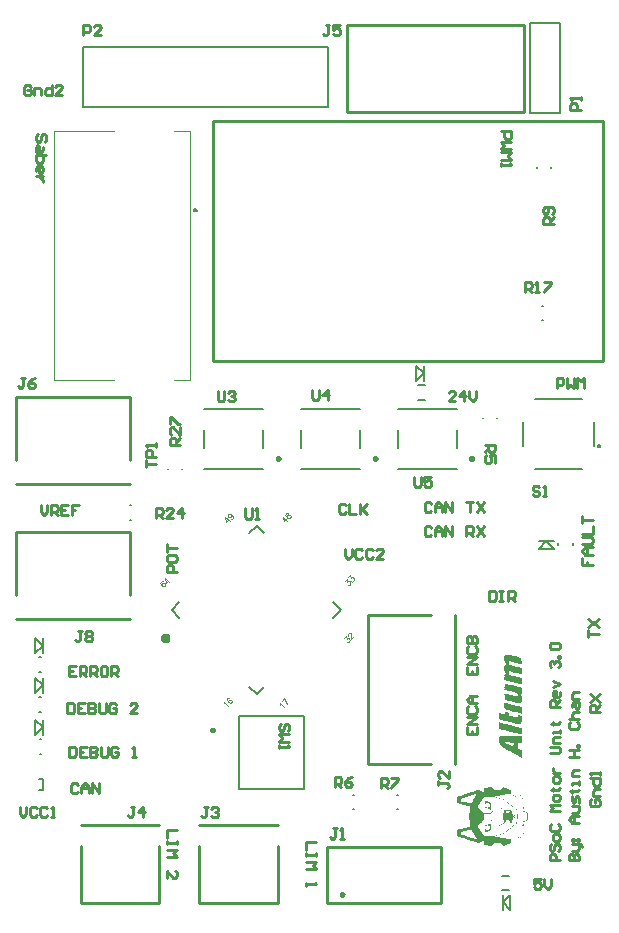
<source format=gto>
%FSTAX23Y23*%
%MOIN*%
%SFA1B1*%

%IPPOS*%
%ADD10C,0.010000*%
%ADD11C,0.007870*%
%ADD12C,0.009840*%
%ADD13C,0.015750*%
%ADD14C,0.003940*%
%ADD15C,0.005000*%
%LNmotor_unit_rev_3-1*%
%LPD*%
G36*
X01655Y00876D02*
X01659D01*
Y00876*
X0166*
Y00876*
X0166*
Y00876*
X01661*
Y00876*
X01662*
Y00876*
X01662*
Y00875*
X01666*
Y00874*
X01667*
Y00875*
X01667*
Y00874*
X01669*
Y00874*
X0167*
Y00873*
X01671*
Y00874*
X01671*
Y00873*
X01673*
Y00872*
X01677*
Y00872*
X01678*
Y00872*
X01678*
Y00872*
X0168*
Y00871*
X01681*
Y0087*
X01682*
Y00871*
X01682*
Y0087*
X01685*
Y0087*
X01688*
Y00869*
X01689*
Y0087*
X01689*
Y00869*
X0169*
Y00868*
X01692*
Y00867*
X01693*
Y00868*
X01693*
Y00867*
X01696*
Y00867*
X01696*
Y00866*
X01697*
Y00867*
X01698*
Y00865*
X01699*
Y00865*
X017*
Y00864*
X017*
Y00863*
X01701*
Y00863*
X01702*
Y00861*
X01702*
Y0086*
X01703*
Y00858*
X01704*
Y00857*
X01703*
Y00856*
X01704*
Y00854*
X01705*
Y00854*
X01704*
Y00853*
X01705*
Y00852*
X01704*
Y00852*
X01705*
Y00851*
X01704*
Y0085*
X01705*
Y00849*
X01704*
Y00849*
X01705*
Y00848*
X01704*
Y00847*
X01705*
Y00847*
X01704*
Y00846*
X01705*
Y00845*
X01704*
Y00845*
X01705*
Y00844*
X01702*
Y00845*
X01702*
Y00844*
X01701*
Y00845*
X01699*
Y00845*
X01697*
Y00846*
X01696*
Y00845*
X01696*
Y00846*
X01693*
Y00847*
X01691*
Y00847*
X01691*
Y00847*
X0169*
Y00847*
X01688*
Y00848*
X01686*
Y00849*
X01685*
Y00848*
X01685*
Y00849*
X01682*
Y00849*
X0168*
Y0085*
X0168*
Y00849*
X01679*
Y0085*
X01677*
Y00851*
X01675*
Y00852*
X01674*
Y00851*
X01673*
Y00852*
X01671*
Y00852*
X01669*
Y00853*
X01669*
Y00852*
X01668*
Y00853*
X01666*
Y00854*
X01662*
Y00853*
X0166*
Y00851*
X0166*
Y00849*
X01659*
Y00848*
X0166*
Y00846*
X0166*
Y00844*
X01661*
Y00843*
X01662*
Y00843*
X01662*
Y00842*
X01663*
Y00841*
X01664*
Y00842*
X01664*
Y00841*
X01666*
Y0084*
X01667*
Y0084*
X01668*
Y0084*
X01669*
Y0084*
X01671*
Y00839*
X01674*
Y00838*
X01675*
Y00839*
X01676*
Y00838*
X01676*
Y00838*
X01678*
Y00837*
X01679*
Y00838*
X0168*
Y00837*
X01682*
Y00836*
X01685*
Y00836*
X01686*
Y00836*
X01687*
Y00836*
X01687*
Y00835*
X01689*
Y00834*
X0169*
Y00835*
X01691*
Y00834*
X01693*
Y00834*
X01695*
Y00833*
X01696*
Y00834*
X01696*
Y00833*
X01697*
Y00834*
X01698*
Y00833*
X01698*
Y00832*
X017*
Y00831*
X01701*
Y00832*
X01702*
Y00831*
X01704*
Y00831*
X01705*
Y0083*
X01704*
Y00829*
X01705*
Y00829*
X01704*
Y00828*
X01705*
Y00827*
X01704*
Y00827*
X01705*
Y00826*
X01704*
Y00825*
X01705*
Y00825*
X01704*
Y00824*
X01705*
Y00823*
X01704*
Y00822*
X01705*
Y00822*
X01704*
Y00821*
X01705*
Y0082*
X01704*
Y0082*
X01705*
Y00819*
X01704*
Y00818*
X01705*
Y00818*
X01704*
Y00817*
X01705*
Y00816*
X01704*
Y00816*
X01705*
Y00815*
X01704*
Y00814*
X01705*
Y00814*
X01704*
Y00813*
X01705*
Y00812*
X01704*
Y00811*
X01705*
Y00811*
X01704*
Y0081*
X01702*
Y00811*
X017*
Y00811*
X01699*
Y00811*
X01698*
Y00811*
X01696*
Y00812*
X01694*
Y00813*
X01693*
Y00812*
X01693*
Y00813*
X01691*
Y00814*
X01689*
Y00814*
X01688*
Y00814*
X01687*
Y00814*
X01685*
Y00815*
X01683*
Y00816*
X01682*
Y00815*
X01682*
Y00816*
X0168*
Y00816*
X01678*
Y00817*
X01677*
Y00816*
X01676*
Y00817*
X01674*
Y00818*
X01672*
Y00818*
X01671*
Y00818*
X01671*
Y00818*
X01669*
Y00819*
X01667*
Y0082*
X01666*
Y00819*
X01665*
Y0082*
X01664*
Y00819*
X01664*
Y0082*
X01662*
Y00819*
X01661*
Y0082*
X0166*
Y00819*
X01661*
Y00818*
X0166*
Y00818*
X0166*
Y00816*
X01659*
Y00815*
X0166*
Y00814*
X01659*
Y00814*
X0166*
Y00813*
X0166*
Y00812*
X0166*
Y00811*
X0166*
Y00811*
X01661*
Y0081*
X01662*
Y00809*
X01662*
Y00809*
X01663*
Y00808*
X01664*
Y00807*
X01666*
Y00807*
X01667*
Y00807*
X01667*
Y00807*
X01669*
Y00806*
X01671*
Y00805*
X01672*
Y00806*
X01673*
Y00805*
X01675*
Y00805*
X01677*
Y00804*
X01678*
Y00805*
X01678*
Y00804*
X0168*
Y00803*
X01682*
Y00802*
X01683*
Y00803*
X01684*
Y00802*
X01686*
Y00802*
X01688*
Y00801*
X01689*
Y00802*
X01689*
Y00801*
X01691*
Y008*
X01693*
Y008*
X01694*
Y008*
X01695*
Y008*
X01697*
Y00799*
X01699*
Y00798*
X017*
Y00799*
X017*
Y00798*
X01702*
Y00798*
X01705*
Y00797*
X01704*
Y00796*
X01705*
Y00796*
X01704*
Y00795*
X01705*
Y00794*
X01704*
Y00793*
X01705*
Y00793*
X01704*
Y00792*
X01705*
Y00791*
X01704*
Y00791*
X01705*
Y0079*
X01704*
Y00789*
X01705*
Y00789*
X01704*
Y00788*
X01705*
Y00787*
X01704*
Y00787*
X01705*
Y00786*
X01704*
Y00785*
X01705*
Y00784*
X01704*
Y00784*
X01705*
Y00783*
X01704*
Y00782*
X01705*
Y00782*
X01704*
Y00781*
X01705*
Y0078*
X01704*
Y0078*
X01705*
Y00779*
X01704*
Y00778*
X01705*
Y00778*
X01704*
Y00777*
X01703*
Y00776*
X01702*
Y00777*
X01702*
Y00776*
X01701*
Y00777*
X01699*
Y00778*
X01697*
Y00778*
X01694*
Y00779*
X01691*
Y0078*
X01691*
Y00779*
X0169*
Y0078*
X01688*
Y0078*
X01686*
Y00781*
X01683*
Y00782*
X01682*
Y00782*
X01681*
Y00782*
X0168*
Y00782*
X0168*
Y00782*
X01679*
Y00782*
X01677*
Y00783*
X01675*
Y00784*
X01672*
Y00784*
X01669*
Y00785*
X01669*
Y00784*
X01668*
Y00785*
X01667*
Y00786*
X01667*
Y00785*
X01666*
Y00786*
X01664*
Y00787*
X01661*
Y00787*
X0166*
Y00788*
X01659*
Y00787*
X01658*
Y00788*
X01658*
Y00787*
X01657*
Y00788*
X01656*
Y00789*
X01655*
Y00788*
X01655*
Y00789*
X01653*
Y00789*
X0165*
Y0079*
X01649*
Y00791*
X01648*
Y0079*
X01647*
Y00791*
X01646*
Y00791*
X01647*
Y00792*
X01646*
Y00793*
X01647*
Y00793*
X01646*
Y00794*
X01647*
Y00795*
X01646*
Y00796*
X01647*
Y00796*
X01646*
Y00797*
X01647*
Y00798*
X01646*
Y00798*
X01647*
Y00799*
X01646*
Y008*
X01647*
Y008*
X01646*
Y00801*
X01647*
Y00802*
X01646*
Y00802*
X01647*
Y00803*
X01646*
Y00804*
X01647*
Y00805*
X01646*
Y00805*
X01647*
Y00806*
X01646*
Y00807*
X01647*
Y00807*
X01646*
Y00808*
X01647*
Y00809*
X01646*
Y00809*
X01647*
Y0081*
X01646*
Y00811*
X01647*
Y00811*
X01646*
Y00812*
X01649*
Y00811*
X01649*
Y00811*
X0165*
Y00811*
X01651*
Y00811*
X01653*
Y00811*
X01652*
Y00812*
X01651*
Y00813*
X01651*
Y00814*
X0165*
Y00815*
X01649*
Y00817*
X01648*
Y00818*
X01647*
Y0082*
X01646*
Y0082*
X01646*
Y00821*
X01646*
Y00822*
X01646*
Y00825*
X01645*
Y00826*
X01646*
Y00827*
X01645*
Y00831*
X01646*
Y00832*
X01645*
Y00833*
X01646*
Y00834*
X01645*
Y00834*
X01646*
Y00836*
X01646*
Y00837*
X01646*
Y00838*
X01646*
Y00838*
X01647*
Y0084*
X01649*
Y00841*
X0165*
Y00842*
X01651*
Y00843*
X01651*
Y00843*
X01652*
Y00843*
X01653*
Y00843*
X01653*
Y00843*
X01654*
Y00843*
X01653*
Y00844*
X01653*
Y00845*
X01652*
Y00845*
X01651*
Y00846*
X01651*
Y00847*
X0165*
Y00848*
X01649*
Y0085*
X01648*
Y00851*
X01647*
Y00853*
X01646*
Y00855*
X01646*
Y00858*
X01645*
Y00859*
X01646*
Y0086*
X01645*
Y00865*
X01646*
Y00865*
X01645*
Y00866*
X01646*
Y00867*
X01645*
Y00867*
X01646*
Y0087*
X01646*
Y0087*
X01646*
Y00871*
X01646*
Y00872*
X01647*
Y00874*
X01648*
Y00874*
X01649*
Y00875*
X0165*
Y00876*
X01651*
Y00876*
X01655*
Y00877*
X01655*
Y00876*
G37*
G36*
X01649Y00779D02*
X01651D01*
Y00778*
X01655*
Y00778*
X01655*
Y00778*
X01656*
Y00778*
X01657*
Y00777*
X01659*
Y00776*
X0166*
Y00777*
X0166*
Y00776*
X01662*
Y00775*
X01666*
Y00775*
X01667*
Y00775*
X01667*
Y00775*
X01668*
Y00774*
X0167*
Y00773*
X01671*
Y00774*
X01671*
Y00773*
X01673*
Y00773*
X01677*
Y00772*
X01678*
Y00773*
X01678*
Y00772*
X0168*
Y00771*
X01681*
Y00771*
X01682*
Y00771*
X01682*
Y00771*
X01685*
Y0077*
X01688*
Y00769*
X01689*
Y0077*
X01689*
Y00769*
X0169*
Y00769*
X01692*
Y00768*
X01693*
Y00769*
X01693*
Y00768*
X01696*
Y00767*
X01699*
Y00767*
X017*
Y00767*
X017*
Y00767*
X01702*
Y00766*
X01703*
Y00765*
X01704*
Y00764*
X01705*
Y00764*
X01704*
Y00763*
X01705*
Y00762*
X01704*
Y00762*
X01705*
Y00761*
X01704*
Y0076*
X01705*
Y0076*
X01704*
Y00759*
X01705*
Y00758*
X01704*
Y00758*
X01705*
Y00757*
X01704*
Y00756*
X01705*
Y00755*
X01704*
Y00755*
X01705*
Y00754*
X01704*
Y00753*
X01705*
Y00753*
X01704*
Y00752*
X01705*
Y00751*
X01704*
Y00751*
X01705*
Y0075*
X01704*
Y00749*
X01705*
Y00749*
X01704*
Y00748*
X01705*
Y00747*
X01704*
Y00746*
X01705*
Y00746*
X01704*
Y00745*
X01705*
Y00744*
X01702*
Y00745*
X01702*
Y00744*
X01701*
Y00745*
X01699*
Y00746*
X01698*
Y00745*
X01698*
Y00744*
X01699*
Y00744*
X017*
Y00743*
X017*
Y00742*
X01701*
Y00741*
X01702*
Y0074*
X01702*
Y0074*
X01703*
Y00737*
X01704*
Y00737*
X01705*
Y00733*
X01705*
Y00731*
X01706*
Y00731*
X01705*
Y0073*
X01706*
Y00729*
X01705*
Y00728*
X01706*
Y00728*
X01705*
Y00727*
X01706*
Y00726*
X01705*
Y00726*
X01706*
Y00725*
X01705*
Y00724*
X01706*
Y00724*
X01705*
Y00722*
X01705*
Y0072*
X01704*
Y00719*
X01705*
Y00718*
X01704*
Y00717*
X01703*
Y00717*
X01702*
Y00716*
X01702*
Y00715*
X01701*
Y00715*
X017*
Y00714*
X017*
Y00715*
X01699*
Y00714*
X01698*
Y00713*
X01692*
Y00714*
X01689*
Y00715*
X01686*
Y00715*
X01683*
Y00716*
X01682*
Y00715*
X01682*
Y00716*
X01681*
Y00717*
X0168*
Y00716*
X0168*
Y00717*
X01678*
Y00717*
X01675*
Y00718*
X01673*
Y00719*
X01673*
Y00718*
X01672*
Y00719*
X01671*
Y00718*
X01671*
Y00719*
X0167*
Y0072*
X01669*
Y00719*
X01669*
Y0072*
X01667*
Y0072*
X01664*
Y00721*
X01661*
Y00722*
X0166*
Y00721*
X0166*
Y00722*
X01659*
Y00722*
X01658*
Y00722*
X01658*
Y00722*
X01655*
Y00723*
X01653*
Y00724*
X01651*
Y00724*
X01651*
Y00724*
X0165*
Y00724*
X01649*
Y00724*
X01649*
Y00724*
X01648*
Y00725*
X01647*
Y00726*
X01646*
Y00726*
X01647*
Y00727*
X01646*
Y00728*
X01647*
Y00728*
X01646*
Y00729*
X01647*
Y0073*
X01646*
Y00731*
X01647*
Y00731*
X01646*
Y00732*
X01647*
Y00733*
X01646*
Y00733*
X01647*
Y00734*
X01646*
Y00735*
X01647*
Y00735*
X01646*
Y00736*
X01647*
Y00737*
X01646*
Y00737*
X01647*
Y00738*
X01646*
Y00739*
X01647*
Y0074*
X01646*
Y0074*
X01647*
Y00741*
X01646*
Y00742*
X01647*
Y00742*
X01646*
Y00743*
X01647*
Y00744*
X01646*
Y00744*
X01647*
Y00745*
X01646*
Y00746*
X01647*
Y00746*
X01648*
Y00746*
X0165*
Y00745*
X01652*
Y00744*
X01653*
Y00745*
X01653*
Y00744*
X01655*
Y00744*
X01658*
Y00743*
X01658*
Y00744*
X01659*
Y00743*
X01661*
Y00742*
X01663*
Y00742*
X01664*
Y00742*
X01664*
Y00742*
X01667*
Y00741*
X01669*
Y0074*
X01669*
Y00741*
X0167*
Y0074*
X01672*
Y0074*
X01674*
Y00739*
X01675*
Y0074*
X01676*
Y00739*
X01678*
Y00738*
X0168*
Y00737*
X0168*
Y00738*
X01681*
Y00737*
X01683*
Y00737*
X01685*
Y00736*
X01686*
Y00737*
X01687*
Y00736*
X01687*
Y00737*
X01688*
Y00736*
X01689*
Y00737*
X0169*
Y00737*
X01691*
Y00739*
X01691*
Y00744*
X01691*
Y00744*
X01691*
Y00745*
X01691*
Y00746*
X0169*
Y00746*
X01689*
Y00747*
X01689*
Y00748*
X01687*
Y00749*
X01686*
Y00749*
X01685*
Y00749*
X01685*
Y00749*
X01682*
Y0075*
X0168*
Y00751*
X0168*
Y0075*
X01679*
Y00751*
X01677*
Y00751*
X01675*
Y00752*
X01674*
Y00751*
X01673*
Y00752*
X01671*
Y00753*
X01669*
Y00753*
X01669*
Y00753*
X01668*
Y00753*
X01666*
Y00754*
X01664*
Y00755*
X01663*
Y00754*
X01662*
Y00755*
X0166*
Y00755*
X01658*
Y00756*
X01658*
Y00755*
X01657*
Y00756*
X01655*
Y00757*
X01653*
Y00758*
X01652*
Y00757*
X01651*
Y00758*
X01649*
Y00758*
X01647*
Y00759*
X01646*
Y0076*
X01647*
Y0076*
X01646*
Y00761*
X01647*
Y00762*
X01646*
Y00762*
X01647*
Y00763*
X01646*
Y00764*
X01647*
Y00764*
X01646*
Y00765*
X01647*
Y00766*
X01646*
Y00767*
X01647*
Y00767*
X01646*
Y00768*
X01647*
Y00769*
X01646*
Y00769*
X01647*
Y0077*
X01646*
Y00771*
X01647*
Y00771*
X01646*
Y00772*
X01647*
Y00773*
X01646*
Y00773*
X01647*
Y00774*
X01646*
Y00775*
X01647*
Y00775*
X01646*
Y00776*
X01647*
Y00777*
X01646*
Y00778*
X01647*
Y00778*
X01646*
Y00779*
X01647*
Y0078*
X01648*
Y00779*
X01649*
Y0078*
X01649*
Y00779*
G37*
G36*
X01705Y00765D02*
X01704D01*
Y00766*
X01705*
Y00765*
G37*
G36*
X01651Y00714D02*
X01653D01*
Y00713*
X01655*
Y00713*
X01655*
Y00713*
X01656*
Y00713*
X01658*
Y00712*
X0166*
Y00711*
X01661*
Y00712*
X01662*
Y00711*
X01664*
Y00711*
X01666*
Y0071*
X01667*
Y00711*
X01667*
Y0071*
X01669*
Y00709*
X01671*
Y00708*
X01672*
Y00709*
X01673*
Y00708*
X01675*
Y00708*
X01677*
Y00707*
X01678*
Y00708*
X01678*
Y00707*
X0168*
Y00706*
X01682*
Y00706*
X01683*
Y00706*
X01684*
Y00706*
X01686*
Y00705*
X01688*
Y00704*
X01689*
Y00705*
X01689*
Y00704*
X01691*
Y00704*
X01693*
Y00703*
X01694*
Y00704*
X01695*
Y00703*
X01697*
Y00702*
X01699*
Y00702*
X017*
Y00702*
X017*
Y00702*
X01701*
Y00701*
X01705*
Y007*
X01704*
Y00699*
X01705*
Y00699*
X01704*
Y00698*
X01705*
Y00697*
X01704*
Y00697*
X01705*
Y00696*
X01704*
Y00695*
X01705*
Y00695*
X01704*
Y00694*
X01705*
Y00693*
X01704*
Y00693*
X01705*
Y00692*
X01704*
Y00691*
X01705*
Y0069*
X01704*
Y0069*
X01705*
Y00689*
X01704*
Y00688*
X01705*
Y00688*
X01704*
Y00687*
X01705*
Y00686*
X01704*
Y00686*
X01705*
Y00685*
X01704*
Y00684*
X01705*
Y00684*
X01704*
Y00683*
X01705*
Y00682*
X01704*
Y00681*
X01705*
Y00681*
X01704*
Y0068*
X01705*
Y00679*
X01702*
Y0068*
X01702*
Y00679*
X01701*
Y0068*
X01699*
Y00681*
X01697*
Y00681*
X01694*
Y00682*
X01691*
Y00683*
X01691*
Y00682*
X0169*
Y00683*
X01688*
Y00684*
X01686*
Y00684*
X01683*
Y00685*
X0168*
Y00686*
X0168*
Y00685*
X01679*
Y00686*
X01677*
Y00686*
X01675*
Y00687*
X01674*
Y00686*
X01673*
Y00687*
X01672*
Y00688*
X01669*
Y00688*
X01669*
Y00688*
X01668*
Y00688*
X01666*
Y00689*
X01664*
Y0069*
X01661*
Y0069*
X01658*
Y00691*
X01658*
Y0069*
X01657*
Y00691*
X01655*
Y00692*
X01653*
Y00693*
X01652*
Y00692*
X01651*
Y00693*
X0165*
Y00693*
X01647*
Y00694*
X01646*
Y00695*
X01647*
Y00695*
X01646*
Y00696*
X01647*
Y00697*
X01646*
Y00697*
X01647*
Y00698*
X01646*
Y00699*
X01647*
Y00699*
X01646*
Y007*
X01647*
Y00701*
X01646*
Y00702*
X01647*
Y00702*
X01646*
Y00703*
X01647*
Y00704*
X01646*
Y00704*
X01647*
Y00705*
X01646*
Y00706*
X01647*
Y00706*
X01646*
Y00707*
X01647*
Y00708*
X01646*
Y00708*
X01647*
Y00709*
X01646*
Y0071*
X01647*
Y00711*
X01646*
Y00711*
X01647*
Y00712*
X01646*
Y00713*
X01647*
Y00713*
X01646*
Y00714*
X01647*
Y00715*
X01649*
Y00714*
X0165*
Y00715*
X01651*
Y00714*
G37*
G36*
X01649Y00685D02*
X01651D01*
Y00684*
X01653*
Y00684*
X01654*
Y00684*
X01655*
Y00684*
X01657*
Y00683*
X01659*
Y00682*
X0166*
Y00677*
X01659*
Y00677*
X0166*
Y00673*
X01662*
Y00672*
X01662*
Y00673*
X01663*
Y00672*
X01665*
Y00672*
X01667*
Y00671*
X01668*
Y00672*
X01669*
Y00671*
X01671*
Y0067*
X01673*
Y0067*
X01673*
Y0067*
X01674*
Y0067*
X01676*
Y00669*
X01678*
Y00668*
X01679*
Y00669*
X0168*
Y00668*
X01682*
Y00668*
X01684*
Y00667*
X01685*
Y00668*
X01685*
Y00667*
X01687*
Y00666*
X01688*
Y00667*
X01689*
Y00666*
X01689*
Y00667*
X0169*
Y00668*
X01691*
Y00668*
X01691*
Y00675*
X01692*
Y00674*
X01693*
Y00675*
X01693*
Y00674*
X01696*
Y00673*
X01698*
Y00672*
X01698*
Y00673*
X01699*
Y00672*
X01701*
Y00672*
X01703*
Y00671*
X01704*
Y0067*
X01705*
Y00652*
X01704*
Y00651*
X01705*
Y0065*
X01704*
Y0065*
X01703*
Y00649*
X01704*
Y00648*
X01703*
Y00646*
X01702*
Y00646*
X01702*
Y00645*
X017*
Y00644*
X01699*
Y00643*
X01698*
Y00644*
X01698*
Y00643*
X01696*
Y00644*
X01695*
Y00643*
X01694*
Y00644*
X01693*
Y00643*
X01693*
Y00644*
X01691*
Y00645*
X01689*
Y00646*
X01688*
Y00645*
X01687*
Y00646*
X01687*
Y00645*
X01686*
Y00646*
X01685*
Y00646*
X01683*
Y00647*
X01682*
Y00646*
X01682*
Y00647*
X0168*
Y00648*
X01678*
Y00648*
X01677*
Y00648*
X01676*
Y00648*
X01674*
Y00649*
X01672*
Y0065*
X01671*
Y00649*
X01671*
Y0065*
X01669*
Y0065*
X01667*
Y00651*
X01666*
Y0065*
X01665*
Y00651*
X01663*
Y00652*
X01661*
Y00652*
X0166*
Y00652*
X0166*
Y00652*
X01658*
Y00653*
X01655*
Y00654*
X01655*
Y00653*
X01654*
Y00654*
X01652*
Y00655*
X0165*
Y00655*
X01649*
Y00655*
X01649*
Y00655*
X01646*
Y00656*
X01644*
Y00657*
X01644*
Y00656*
X01643*
Y00657*
X01641*
Y00657*
X01639*
Y00658*
X01638*
Y00657*
X01637*
Y00658*
X01635*
Y00659*
X01633*
Y00659*
X01633*
Y00659*
X01632*
Y00659*
X0163*
Y0066*
X01629*
Y00681*
X0163*
Y00681*
X01631*
Y00681*
X01631*
Y00681*
X01633*
Y0068*
X01634*
Y00679*
X01635*
Y0068*
X01635*
Y00679*
X01637*
Y00679*
X0164*
Y00678*
X0164*
Y00679*
X01641*
Y00678*
X01642*
Y00679*
X01642*
Y00678*
X01643*
Y00677*
X01645*
Y00677*
X01646*
Y00677*
X01646*
Y00677*
X01647*
Y00677*
X01646*
Y00678*
X01647*
Y00679*
X01646*
Y00679*
X01647*
Y0068*
X01646*
Y00681*
X01647*
Y00681*
X01646*
Y00682*
X01647*
Y00683*
X01646*
Y00684*
X01647*
Y00684*
X01646*
Y00685*
X01647*
Y00686*
X01648*
Y00685*
X01649*
Y00686*
X01649*
Y00685*
G37*
G36*
X01705Y00671D02*
X01704D01*
Y00672*
X01705*
Y00671*
G37*
G36*
X01631Y00649D02*
X01632D01*
Y00648*
X01633*
Y00649*
X01633*
Y00648*
X01635*
Y00648*
X01636*
Y00648*
X01637*
Y00648*
X01639*
Y00647*
X01641*
Y00646*
X01642*
Y00647*
X01642*
Y00646*
X01644*
Y00646*
X01646*
Y00645*
X01647*
Y00646*
X01648*
Y00645*
X0165*
Y00644*
X01652*
Y00643*
X01653*
Y00644*
X01653*
Y00643*
X01654*
Y00643*
X01658*
Y00642*
X01658*
Y00643*
X01659*
Y00642*
X01661*
Y00641*
X01663*
Y00641*
X01664*
Y00641*
X01664*
Y00641*
X01665*
Y0064*
X01669*
Y00639*
X01669*
Y0064*
X0167*
Y00639*
X01672*
Y00639*
X01674*
Y00638*
X01675*
Y00639*
X01676*
Y00638*
X01676*
Y00637*
X0168*
Y00637*
X0168*
Y00637*
X01681*
Y00637*
X01683*
Y00636*
X01685*
Y00635*
X01686*
Y00636*
X01687*
Y00635*
X01687*
Y00634*
X01691*
Y00634*
X01691*
Y00634*
X01692*
Y00634*
X01694*
Y00633*
X01696*
Y00632*
X01698*
Y00632*
X01702*
Y00631*
X01702*
Y00632*
X01703*
Y00631*
X01704*
Y0063*
X01705*
Y0063*
X01704*
Y00629*
X01705*
Y00628*
X01704*
Y00628*
X01705*
Y00627*
X01704*
Y00626*
X01705*
Y00625*
X01704*
Y00625*
X01705*
Y00624*
X01704*
Y00623*
X01705*
Y00623*
X01704*
Y00622*
X01705*
Y00621*
X01704*
Y00621*
X01705*
Y0062*
X01704*
Y00619*
X01705*
Y00619*
X01704*
Y00618*
X01705*
Y00617*
X01704*
Y00617*
X01705*
Y00616*
X01704*
Y00615*
X01705*
Y00614*
X01704*
Y00614*
X01705*
Y00613*
X01704*
Y00612*
X01705*
Y00612*
X01704*
Y00611*
X01705*
Y0061*
X01704*
Y0061*
X01702*
Y0061*
X017*
Y00611*
X01699*
Y0061*
X01698*
Y00611*
X01696*
Y00612*
X01694*
Y00612*
X01693*
Y00612*
X01693*
Y00612*
X01691*
Y00613*
X01689*
Y00614*
X01688*
Y00613*
X01687*
Y00614*
X01685*
Y00614*
X01683*
Y00615*
X01682*
Y00614*
X01682*
Y00615*
X0168*
Y00616*
X01678*
Y00617*
X01677*
Y00616*
X01676*
Y00617*
X01674*
Y00617*
X01672*
Y00618*
X01671*
Y00617*
X01671*
Y00618*
X01669*
Y00619*
X01667*
Y00619*
X01666*
Y00619*
X01665*
Y00619*
X01663*
Y0062*
X01661*
Y00621*
X0166*
Y0062*
X0166*
Y00621*
X01658*
Y00621*
X01655*
Y00622*
X01655*
Y00621*
X01654*
Y00622*
X01652*
Y00623*
X0165*
Y00623*
X01649*
Y00623*
X01649*
Y00623*
X01646*
Y00624*
X01644*
Y00625*
X01644*
Y00624*
X01643*
Y00625*
X01641*
Y00625*
X01639*
Y00626*
X01638*
Y00625*
X01637*
Y00626*
X01635*
Y00627*
X01633*
Y00628*
X01633*
Y00627*
X01632*
Y00628*
X0163*
Y00628*
X01628*
Y00629*
X01629*
Y0063*
X01628*
Y0063*
X01629*
Y00631*
X01628*
Y00632*
X01629*
Y00632*
X01628*
Y00633*
X01629*
Y00634*
X01628*
Y00634*
X01629*
Y00635*
X01628*
Y00636*
X01629*
Y00637*
X01628*
Y00637*
X01629*
Y00638*
X01628*
Y00639*
X01629*
Y00639*
X01628*
Y0064*
X01629*
Y00641*
X01628*
Y00641*
X01629*
Y00642*
X01628*
Y00643*
X01629*
Y00643*
X01628*
Y00644*
X01629*
Y00645*
X01628*
Y00646*
X01629*
Y00646*
X01628*
Y00647*
X01629*
Y00648*
X01628*
Y00648*
X01629*
Y00649*
X01628*
Y0065*
X0163*
Y00649*
X01631*
Y0065*
X01631*
Y00649*
G37*
G36*
X01704Y00604D02*
X01705D01*
Y00603*
X01704*
Y00603*
X01705*
Y00602*
X01704*
Y00601*
X01705*
Y00601*
X01704*
Y006*
X01705*
Y00599*
X01704*
Y00599*
X01705*
Y00598*
X01704*
Y00597*
X01705*
Y00596*
X01704*
Y00596*
X01705*
Y00595*
X01704*
Y00594*
X01705*
Y00594*
X01704*
Y00593*
X01705*
Y00592*
X01704*
Y00592*
X01705*
Y00591*
X01704*
Y0059*
X01705*
Y0059*
X01704*
Y00589*
X01705*
Y00588*
X01704*
Y00587*
X01705*
Y00587*
X01704*
Y00586*
X01705*
Y00585*
X01704*
Y00585*
X01705*
Y00584*
X01704*
Y00583*
X01705*
Y00583*
X01704*
Y00582*
X01705*
Y00581*
X01704*
Y00581*
X01703*
Y0058*
X01702*
Y00581*
X01702*
Y0058*
X01701*
Y00581*
X017*
Y0058*
X017*
Y00581*
X01699*
Y0058*
X01698*
Y00581*
X01692*
Y00581*
X01691*
Y00581*
X01691*
Y00578*
X01691*
Y00578*
X01691*
Y00576*
X01691*
Y00575*
X01691*
Y00573*
X01691*
Y00572*
X01691*
Y0057*
X01691*
Y00569*
X01691*
Y00567*
X01691*
Y00567*
X01691*
Y00565*
X01691*
Y00564*
X01691*
Y00562*
X01691*
Y00563*
X01692*
Y00562*
X01693*
Y00561*
X01695*
Y00561*
X01696*
Y0056*
X01698*
Y00559*
X017*
Y00558*
X017*
Y00558*
X01701*
Y00558*
X01702*
Y00558*
X01702*
Y00557*
X01705*
Y00556*
X01704*
Y00556*
X01705*
Y00555*
X01704*
Y00554*
X01705*
Y00554*
X01704*
Y00553*
X01705*
Y00552*
X01704*
Y00552*
X01705*
Y00551*
X01704*
Y0055*
X01705*
Y00549*
X01704*
Y00549*
X01705*
Y00548*
X01704*
Y00547*
X01705*
Y00547*
X01704*
Y00546*
X01705*
Y00545*
X01704*
Y00545*
X01705*
Y00544*
X01704*
Y00543*
X01705*
Y00543*
X01704*
Y00542*
X01705*
Y00541*
X01704*
Y0054*
X01705*
Y0054*
X01704*
Y00539*
X01705*
Y00538*
X01704*
Y00538*
X01705*
Y00537*
X01704*
Y00536*
X01705*
Y00536*
X01704*
Y00535*
X01705*
Y00534*
X01704*
Y00534*
X01705*
Y00533*
X01704*
Y00532*
X01703*
Y00533*
X01702*
Y00534*
X01702*
Y00533*
X01701*
Y00534*
X017*
Y00534*
X017*
Y00535*
X01698*
Y00536*
X01697*
Y00536*
X01696*
Y00537*
X01694*
Y00538*
X01693*
Y00538*
X01691*
Y00539*
X01691*
Y0054*
X01689*
Y0054*
X01688*
Y00541*
X01687*
Y00542*
X01687*
Y00541*
X01686*
Y00542*
X01685*
Y00543*
X01685*
Y00543*
X01684*
Y00543*
X01683*
Y00543*
X01682*
Y00544*
X01682*
Y00545*
X0168*
Y00545*
X01679*
Y00546*
X01678*
Y00547*
X01676*
Y00547*
X01675*
Y00548*
X01673*
Y00549*
X01672*
Y00549*
X01671*
Y0055*
X0167*
Y00551*
X01669*
Y00552*
X01669*
Y00551*
X01668*
Y00552*
X01667*
Y00552*
X01667*
Y00553*
X01666*
Y00552*
X01665*
Y00553*
X01664*
Y00554*
X01664*
Y00554*
X01662*
Y00555*
X01661*
Y00556*
X0166*
Y00556*
X01658*
Y00557*
X01657*
Y00558*
X01655*
Y00558*
X01654*
Y00559*
X01653*
Y0056*
X01652*
Y00561*
X0165*
Y00561*
X01649*
Y00562*
X01647*
Y00563*
X01646*
Y00563*
X01646*
Y00564*
X01644*
Y00565*
X01643*
Y00565*
X01642*
Y00566*
X0164*
Y00567*
X0164*
Y00567*
X01639*
Y00568*
X01638*
Y00569*
X01637*
Y00569*
X01637*
Y0057*
X01636*
Y00571*
X01635*
Y00572*
X01635*
Y00572*
X01634*
Y00573*
X01633*
Y00575*
X01633*
Y00576*
X01632*
Y00576*
X01631*
Y00578*
X01631*
Y00581*
X0163*
Y00581*
X01629*
Y00585*
X01629*
Y00585*
X01629*
Y00586*
X01629*
Y00587*
X01628*
Y00587*
X01629*
Y00588*
X01628*
Y00589*
X01629*
Y0059*
X01628*
Y0059*
X01629*
Y00591*
X01628*
Y00592*
X01629*
Y00592*
X01628*
Y00593*
X01629*
Y00594*
X01628*
Y00594*
X01629*
Y00595*
X01628*
Y00596*
X01629*
Y00596*
X01628*
Y00597*
X01629*
Y00598*
X01628*
Y00599*
X01629*
Y00599*
X01628*
Y006*
X01629*
Y00601*
X01628*
Y00601*
X01629*
Y00602*
X01631*
Y00603*
X01631*
Y00602*
X01632*
Y00603*
X01633*
Y00602*
X01633*
Y00603*
X01634*
Y00602*
X01635*
Y00603*
X01635*
Y00602*
X01636*
Y00603*
X01637*
Y00602*
X01637*
Y00603*
X01638*
Y00602*
X01639*
Y00603*
X0164*
Y00602*
X0164*
Y00603*
X01641*
Y00602*
X01642*
Y00603*
X01642*
Y00602*
X01643*
Y00603*
X01653*
Y00603*
X01654*
Y00603*
X01655*
Y00603*
X01655*
Y00603*
X01656*
Y00603*
X01657*
Y00603*
X01658*
Y00603*
X01667*
Y00604*
X01667*
Y00603*
X01668*
Y00604*
X01669*
Y00603*
X01669*
Y00604*
X0167*
Y00603*
X01671*
Y00604*
X01671*
Y00603*
X01672*
Y00604*
X01673*
Y00603*
X01673*
Y00604*
X01674*
Y00603*
X01675*
Y00604*
X01676*
Y00603*
X01676*
Y00604*
X01677*
Y00603*
X01678*
Y00604*
X0168*
Y00603*
X0168*
Y00604*
X01689*
Y00605*
X0169*
Y00604*
X01691*
Y00605*
X01691*
Y00604*
X01692*
Y00605*
X01693*
Y00604*
X01693*
Y00605*
X01704*
Y00604*
G37*
G36*
X01602Y00435D02*
X01603D01*
Y00434*
X01603*
Y00434*
X01604*
Y00433*
X01604*
Y00433*
X01605*
Y00432*
X01606*
Y00431*
X01606*
Y0043*
X01607*
Y0043*
X01608*
Y00429*
X01608*
Y00428*
X01609*
Y00428*
X0161*
Y00427*
X0161*
Y00427*
X01611*
Y00425*
X01611*
Y00425*
X01612*
Y00425*
X01612*
Y00424*
X01614*
Y00425*
X01614*
Y00424*
X01615*
Y00425*
X01616*
Y00424*
X01617*
Y00425*
X01618*
Y00424*
X01618*
Y00425*
X01619*
Y00424*
X01619*
Y00425*
X0162*
Y00424*
X0162*
Y00425*
X01621*
Y00424*
X01621*
Y00425*
X01622*
Y00424*
X01622*
Y00425*
X01623*
Y00424*
X01623*
Y00425*
X01624*
Y00424*
X01624*
Y00425*
X01625*
Y00424*
X01625*
Y00425*
X01626*
Y00424*
X01626*
Y00425*
X01627*
Y00424*
X01627*
Y00425*
X01628*
Y00424*
X01628*
Y00425*
X01629*
Y00424*
X01629*
Y00425*
X0163*
Y00424*
X0163*
Y00425*
X0163*
Y00424*
X01631*
Y00425*
X01631*
Y00424*
X01632*
Y00425*
X01632*
Y00424*
X01633*
Y00425*
X01633*
Y00424*
X01634*
Y00425*
X01634*
Y00425*
X01635*
Y00426*
X01635*
Y00427*
X01636*
Y00427*
X01636*
Y00428*
X01637*
Y00429*
X01638*
Y0043*
X01638*
Y00431*
X01639*
Y00431*
X01639*
Y00432*
X0164*
Y00432*
X0164*
Y00433*
X01641*
Y00434*
X01641*
Y00435*
X01642*
Y00434*
X01642*
Y00434*
X01643*
Y00434*
X01643*
Y00434*
X01644*
Y00433*
X01645*
Y00433*
X01645*
Y00433*
X01646*
Y00433*
X01646*
Y00432*
X01648*
Y00432*
X01648*
Y00432*
X01649*
Y00432*
X01649*
Y00431*
X0165*
Y00431*
X0165*
Y00431*
X01651*
Y00431*
X01651*
Y0043*
X01653*
Y0043*
X01654*
Y00429*
X01655*
Y00429*
X01655*
Y00429*
X01656*
Y00429*
X01657*
Y00428*
X01658*
Y00428*
X01658*
Y00428*
X01658*
Y00428*
X01659*
Y00427*
X0166*
Y00427*
X01662*
Y00426*
X01662*
Y00426*
X01663*
Y00426*
X01663*
Y00426*
X01664*
Y00425*
X01665*
Y00425*
X01667*
Y00425*
X01667*
Y00419*
X01667*
Y00419*
X01667*
Y00418*
X01667*
Y00418*
X01667*
Y00417*
X01667*
Y00417*
X01667*
Y00416*
X01667*
Y00416*
X01667*
Y00415*
X01667*
Y00415*
X01667*
Y00414*
X01667*
Y00414*
X01667*
Y00412*
X01668*
Y00411*
X01669*
Y00411*
X01669*
Y0041*
X0167*
Y0041*
X01671*
Y0041*
X01672*
Y00409*
X01673*
Y00409*
X01674*
Y00408*
X01675*
Y00408*
X01675*
Y00407*
X01676*
Y00407*
X01677*
Y00406*
X01678*
Y00406*
X01679*
Y00405*
X0168*
Y00405*
X0168*
Y00404*
X01681*
Y00404*
X01682*
Y00403*
X01684*
Y00403*
X01685*
Y00402*
X01687*
Y00403*
X01688*
Y00403*
X01689*
Y00404*
X0169*
Y00404*
X01691*
Y00404*
X0169*
Y00403*
X01689*
Y00403*
X01688*
Y00402*
X01688*
Y00402*
X01686*
Y00401*
X01685*
Y00402*
X01684*
Y00402*
X01683*
Y00403*
X01682*
Y00403*
X01681*
Y00404*
X0168*
Y00404*
X01679*
Y00405*
X01678*
Y00405*
X01677*
Y00406*
X01677*
Y00406*
X01676*
Y00407*
X01675*
Y00407*
X01674*
Y00408*
X01673*
Y00408*
X01672*
Y00409*
X01671*
Y00409*
X0167*
Y0041*
X01669*
Y0041*
X01669*
Y0041*
X01667*
Y00411*
X01666*
Y00411*
X01665*
Y00412*
X01663*
Y00411*
X01662*
Y00412*
X0166*
Y00411*
X01658*
Y00411*
X01656*
Y0041*
X01654*
Y0041*
X01651*
Y0041*
X01648*
Y00409*
X01646*
Y00409*
X01644*
Y00408*
X01641*
Y00408*
X01638*
Y00407*
X01635*
Y00407*
X01633*
Y00406*
X01631*
Y00406*
X01628*
Y00405*
X01625*
Y00405*
X01623*
Y00404*
X0162*
Y00404*
X01617*
Y00403*
X01615*
Y00403*
X01614*
Y00402*
X01615*
Y00401*
X01617*
Y00401*
X01618*
Y004*
X0162*
Y004*
X01622*
Y00399*
X01623*
Y00399*
X01625*
Y00398*
X01626*
Y00398*
X01628*
Y00397*
X01629*
Y00397*
X0163*
Y00396*
X01632*
Y00396*
X01634*
Y00396*
X01635*
Y00395*
X01637*
Y00395*
X01638*
Y00394*
X0164*
Y00394*
X01641*
Y00393*
X01643*
Y00393*
X01644*
Y00392*
X01645*
Y00392*
X01646*
Y00391*
X01647*
Y00391*
X01647*
Y0039*
X01648*
Y0039*
X01649*
Y00389*
X01649*
Y00389*
X0165*
Y00388*
X01651*
Y00388*
X01651*
Y00387*
X01652*
Y00387*
X01652*
Y00386*
X01653*
Y00386*
X01654*
Y00385*
X01654*
Y00385*
X01655*
Y00384*
X01656*
Y00384*
X01656*
Y00383*
X01657*
Y00383*
X01658*
Y00382*
X01658*
Y00382*
X01658*
Y00382*
X01659*
Y00381*
X0166*
Y00381*
X0166*
Y0038*
X01661*
Y0038*
X01661*
Y00379*
X01662*
Y00379*
X01663*
Y00378*
X01663*
Y00378*
X01662*
Y00378*
X01662*
Y00379*
X01661*
Y00379*
X0166*
Y00379*
X01661*
Y00378*
X01662*
Y00378*
X01662*
Y00377*
X01662*
Y00378*
X01661*
Y00378*
X0166*
Y00379*
X0166*
Y00379*
X01659*
Y0038*
X01658*
Y0038*
X01658*
Y00381*
X01658*
Y00381*
X01657*
Y00382*
X01656*
Y00382*
X01656*
Y00382*
X01655*
Y00383*
X01655*
Y00383*
X01654*
Y00384*
X01653*
Y00384*
X01653*
Y00385*
X01652*
Y00385*
X01652*
Y00386*
X01651*
Y00386*
X0165*
Y00387*
X0165*
Y00387*
X01649*
Y00388*
X01648*
Y00388*
X01648*
Y00389*
X01647*
Y00389*
X01647*
Y0039*
X01646*
Y0039*
X01645*
Y00391*
X01644*
Y00391*
X01644*
Y00392*
X01642*
Y00392*
X0164*
Y00393*
X01639*
Y00393*
X01637*
Y00394*
X01636*
Y00394*
X01634*
Y00395*
X01633*
Y00395*
X01631*
Y00396*
X0163*
Y00396*
X01629*
Y00396*
X01627*
Y00397*
X01625*
Y00397*
X01624*
Y00398*
X01622*
Y00398*
X01621*
Y00399*
X01619*
Y00399*
X01618*
Y004*
X01616*
Y004*
X01615*
Y00401*
X01613*
Y00401*
X01612*
Y00402*
X01579*
Y00401*
X01578*
Y004*
X01578*
Y00399*
X01577*
Y00399*
X01577*
Y00398*
X01576*
Y00397*
X01576*
Y00396*
X01575*
Y00396*
X01575*
Y00395*
X01574*
Y00395*
X01574*
Y00394*
X01573*
Y00393*
X01573*
Y00392*
X01573*
Y00392*
X01572*
Y00391*
X01572*
Y0039*
X01571*
Y0039*
X01571*
Y00389*
X0157*
Y00388*
X0157*
Y00387*
X01569*
Y00387*
X01569*
Y00386*
X01568*
Y00385*
X01568*
Y00384*
X01567*
Y00384*
X01567*
Y00383*
X01566*
Y00382*
X01566*
Y00382*
X01565*
Y00381*
X01565*
Y00381*
X01564*
Y0038*
X01564*
Y00379*
X01563*
Y00378*
X01563*
Y00378*
X01562*
Y00377*
X01562*
Y00376*
X01561*
Y00376*
X01561*
Y00375*
X0156*
Y00374*
X0156*
Y00373*
X01559*
Y00373*
X01559*
Y00372*
X01558*
Y00371*
X01558*
Y00371*
X01558*
Y0037*
X01557*
Y00369*
X01557*
Y00368*
X01557*
Y00368*
X01558*
Y00368*
X01558*
Y00367*
X01558*
Y00367*
X01559*
Y00366*
X01559*
Y00366*
X0156*
Y00365*
X0156*
Y00365*
X01561*
Y00364*
X01561*
Y00364*
X01562*
Y00363*
X01562*
Y00363*
X01563*
Y00362*
X01563*
Y00362*
X01564*
Y00361*
X01564*
Y00361*
X01565*
Y0036*
X01565*
Y00359*
X01566*
Y00359*
X01567*
Y00358*
X01567*
Y00358*
X01568*
Y00357*
X01568*
Y00357*
X01569*
Y00356*
X01569*
Y00356*
X0157*
Y00355*
X0157*
Y00355*
X01571*
Y00354*
X01571*
Y00354*
X01572*
Y00353*
X01572*
Y00353*
X01573*
Y00353*
X01573*
Y00352*
X01573*
Y00352*
X01574*
Y00351*
X01574*
Y00351*
X01575*
Y0035*
X01575*
Y0035*
X01576*
Y00349*
X01576*
Y00349*
X01577*
Y00348*
X01577*
Y00348*
X01578*
Y00347*
X01589*
Y00347*
X0159*
Y00347*
X0159*
Y00347*
X01601*
Y00348*
X01601*
Y00348*
X01602*
Y00349*
X01603*
Y00349*
X01603*
Y00348*
X01603*
Y00348*
X01602*
Y00347*
X01601*
Y00347*
X01601*
Y00346*
X01579*
Y00344*
X01578*
Y00326*
X01588*
Y00325*
X01588*
Y00326*
X01589*
Y00325*
X01601*
Y00325*
X01602*
Y00325*
X01602*
Y00324*
X01603*
Y00324*
X01603*
Y00323*
X01604*
Y00323*
X01604*
Y00322*
X01605*
Y00322*
X01605*
Y00321*
X01604*
Y00322*
X01604*
Y00322*
X01603*
Y00323*
X01603*
Y00323*
X01602*
Y00324*
X01602*
Y00324*
X01601*
Y00325*
X01601*
Y00325*
X01578*
Y00325*
X01577*
Y00324*
X01577*
Y00324*
X01576*
Y00323*
X01576*
Y00323*
X01575*
Y00322*
X01575*
Y00322*
X01574*
Y00321*
X01574*
Y00321*
X01573*
Y0032*
X01573*
Y0032*
X01573*
Y00319*
X01572*
Y00319*
X01572*
Y00318*
X01571*
Y00318*
X01571*
Y00317*
X0157*
Y00317*
X0157*
Y00316*
X01569*
Y00316*
X01569*
Y00315*
X01568*
Y00315*
X01568*
Y00314*
X01567*
Y00314*
X01567*
Y00313*
X01566*
Y00313*
X01566*
Y00312*
X01565*
Y00312*
X01565*
Y00311*
X01564*
Y00311*
X01564*
Y0031*
X01563*
Y0031*
X01563*
Y0031*
X01562*
Y00309*
X01562*
Y00309*
X01561*
Y00308*
X01561*
Y00308*
X0156*
Y00307*
X0156*
Y00307*
X01559*
Y00306*
X01559*
Y00306*
X01558*
Y00305*
X01558*
Y00305*
X01558*
Y00304*
X01557*
Y00304*
X01557*
Y00303*
X01557*
Y00302*
X01558*
Y00301*
X01558*
Y003*
X01558*
Y003*
X01559*
Y00299*
X01559*
Y00298*
X0156*
Y00298*
X0156*
Y00297*
X01561*
Y00296*
X01561*
Y00296*
X01562*
Y00295*
X01562*
Y00294*
X01563*
Y00294*
X01563*
Y00293*
X01564*
Y00292*
X01564*
Y00292*
X01565*
Y00291*
X01565*
Y0029*
X01566*
Y00289*
X01566*
Y00289*
X01567*
Y00288*
X01567*
Y00287*
X01568*
Y00287*
X01568*
Y00286*
X01569*
Y00285*
X01569*
Y00284*
X0157*
Y00284*
X0157*
Y00283*
X01571*
Y00282*
X01571*
Y00282*
X01572*
Y00281*
X01572*
Y0028*
X01573*
Y0028*
X01573*
Y00279*
X01573*
Y00278*
X01574*
Y00278*
X01574*
Y00277*
X01575*
Y00276*
X01575*
Y00275*
X01576*
Y00275*
X01576*
Y00274*
X01577*
Y00273*
X01577*
Y00272*
X01578*
Y00272*
X01578*
Y00271*
X01579*
Y0027*
X01579*
Y0027*
X01611*
Y0027*
X01613*
Y00271*
X01614*
Y00271*
X01615*
Y00272*
X01617*
Y00272*
X01619*
Y00273*
X0162*
Y00273*
X01622*
Y00274*
X01623*
Y00274*
X01625*
Y00275*
X01626*
Y00275*
X01628*
Y00276*
X01629*
Y00276*
X0163*
Y00277*
X01632*
Y00277*
X01633*
Y00278*
X01635*
Y00278*
X01637*
Y00279*
X01638*
Y00279*
X0164*
Y0028*
X01641*
Y0028*
X01643*
Y00281*
X01644*
Y00281*
X01645*
Y00282*
X01646*
Y00282*
X01646*
Y00282*
X01647*
Y00283*
X01647*
Y00283*
X01648*
Y00284*
X01649*
Y00284*
X01649*
Y00285*
X0165*
Y00285*
X01651*
Y00286*
X01651*
Y00286*
X01652*
Y00287*
X01652*
Y00287*
X01653*
Y00288*
X01654*
Y00288*
X01654*
Y00289*
X01655*
Y00289*
X01656*
Y0029*
X01656*
Y0029*
X01657*
Y00291*
X01657*
Y00291*
X01658*
Y00292*
X01658*
Y00292*
X01659*
Y00293*
X01659*
Y00293*
X0166*
Y00293*
X01661*
Y00293*
X0166*
Y00294*
X01661*
Y00293*
X01661*
Y00294*
X01661*
Y00294*
X01661*
Y00294*
X01662*
Y00293*
X01662*
Y00293*
X01661*
Y00292*
X0166*
Y00292*
X0166*
Y00291*
X01659*
Y00291*
X01659*
Y0029*
X01658*
Y0029*
X01658*
Y00289*
X01657*
Y00289*
X01657*
Y00288*
X01656*
Y00288*
X01655*
Y00287*
X01655*
Y00287*
X01654*
Y00286*
X01653*
Y00286*
X01653*
Y00285*
X01652*
Y00285*
X01651*
Y00284*
X01651*
Y00284*
X0165*
Y00283*
X0165*
Y00283*
X01649*
Y00282*
X01648*
Y00282*
X01648*
Y00282*
X01647*
Y00281*
X01646*
Y00281*
X01646*
Y0028*
X01645*
Y0028*
X01644*
Y00279*
X01642*
Y00279*
X0164*
Y00278*
X01639*
Y00278*
X01637*
Y00277*
X01636*
Y00277*
X01634*
Y00276*
X01633*
Y00276*
X01631*
Y00275*
X0163*
Y00275*
X01628*
Y00274*
X01627*
Y00274*
X01625*
Y00273*
X01624*
Y00273*
X01622*
Y00272*
X01621*
Y00272*
X01619*
Y00271*
X01618*
Y00271*
X01616*
Y0027*
X01615*
Y0027*
X01614*
Y00269*
X01614*
Y00269*
X01616*
Y00268*
X01619*
Y00268*
X01622*
Y00267*
X01624*
Y00267*
X01627*
Y00267*
X0163*
Y00266*
X01632*
Y00266*
X01634*
Y00265*
X01637*
Y00265*
X0164*
Y00264*
X01642*
Y00264*
X01645*
Y00263*
X01647*
Y00263*
X0165*
Y00262*
X01652*
Y00262*
X01654*
Y00261*
X01657*
Y00261*
X01659*
Y0026*
X01663*
Y00261*
X01663*
Y0026*
X01665*
Y0026*
X01666*
Y00261*
X01667*
Y00261*
X01668*
Y00262*
X01669*
Y00262*
X0167*
Y00263*
X01671*
Y00263*
X01672*
Y00264*
X01673*
Y00264*
X01673*
Y00265*
X01674*
Y00265*
X01675*
Y00266*
X01676*
Y00266*
X01677*
Y00267*
X01678*
Y00267*
X01679*
Y00267*
X0168*
Y00268*
X01681*
Y00267*
X0168*
Y00267*
X01679*
Y00267*
X01678*
Y00266*
X01678*
Y00266*
X01677*
Y00265*
X01676*
Y00265*
X01675*
Y00264*
X01674*
Y00264*
X01673*
Y00263*
X01672*
Y00263*
X01671*
Y00262*
X01671*
Y00262*
X0167*
Y00261*
X01669*
Y00261*
X01668*
Y0026*
X01667*
Y00259*
X01667*
Y00258*
X01667*
Y00258*
X01667*
Y00257*
X01667*
Y00257*
X01667*
Y00256*
X01667*
Y00256*
X01667*
Y00255*
X01667*
Y00255*
X01667*
Y00254*
X01667*
Y00253*
X01667*
Y00253*
X01667*
Y00251*
X01667*
Y00251*
X01667*
Y00247*
X01666*
Y00247*
X01665*
Y00246*
X01665*
Y00247*
X01664*
Y00246*
X01664*
Y00246*
X01662*
Y00245*
X01661*
Y00245*
X0166*
Y00244*
X0166*
Y00245*
X01659*
Y00244*
X01658*
Y00244*
X01658*
Y00243*
X01657*
Y00244*
X01657*
Y00243*
X01656*
Y00243*
X01655*
Y00242*
X01653*
Y00242*
X01653*
Y00241*
X01652*
Y00242*
X01652*
Y00241*
X01651*
Y00241*
X01651*
Y0024*
X0165*
Y00241*
X0165*
Y0024*
X01648*
Y0024*
X01648*
Y00239*
X01647*
Y0024*
X01647*
Y00239*
X01646*
Y00239*
X01645*
Y00239*
X01644*
Y00239*
X01644*
Y00239*
X01644*
Y00238*
X01643*
Y00238*
X01643*
Y00238*
X01642*
Y00238*
X01642*
Y00238*
X01641*
Y00239*
X01641*
Y00239*
X0164*
Y00239*
X0164*
Y0024*
X01639*
Y0024*
X01639*
Y00242*
X01638*
Y00242*
X01638*
Y00243*
X01637*
Y00243*
X01637*
Y00244*
X01636*
Y00244*
X01636*
Y00246*
X01635*
Y00247*
X01634*
Y00247*
X01634*
Y00248*
X0162*
Y00248*
X01619*
Y00248*
X01618*
Y00248*
X01617*
Y00248*
X01617*
Y00248*
X01616*
Y00248*
X01616*
Y00248*
X01615*
Y00248*
X01615*
Y00248*
X01615*
Y00248*
X01614*
Y00248*
X01614*
Y00248*
X01613*
Y00248*
X01613*
Y00248*
X01612*
Y00247*
X01611*
Y00246*
X01611*
Y00246*
X0161*
Y00244*
X0161*
Y00244*
X01609*
Y00244*
X01609*
Y00243*
X01608*
Y00243*
X01608*
Y00242*
X01607*
Y00242*
X01607*
Y00241*
X01606*
Y00241*
X01606*
Y0024*
X01605*
Y0024*
X01605*
Y00239*
X01604*
Y00239*
X01604*
Y00239*
X01603*
Y00238*
X01603*
Y00237*
X01602*
Y00237*
X01602*
Y00237*
X01601*
Y00238*
X01601*
Y00237*
X01601*
Y00238*
X016*
Y00238*
X016*
Y00238*
X01599*
Y00238*
X01599*
Y00238*
X01598*
Y00238*
X01597*
Y00239*
X01596*
Y00239*
X01596*
Y00239*
X01595*
Y00239*
X01595*
Y00239*
X01594*
Y00239*
X01593*
Y00239*
X01591*
Y0024*
X01591*
Y00239*
X0159*
Y0024*
X01589*
Y0024*
X01587*
Y00241*
X01587*
Y0024*
X01587*
Y00241*
X01585*
Y00241*
X01584*
Y00242*
X01583*
Y00241*
X01583*
Y00242*
X01582*
Y00241*
X01582*
Y00242*
X0158*
Y00242*
X01579*
Y00248*
X01578*
Y00253*
X01578*
Y00254*
X01577*
Y00254*
X01576*
Y00253*
X01575*
Y00253*
X01575*
Y00253*
X01574*
Y00253*
X01574*
Y00253*
X01573*
Y00252*
X01573*
Y00253*
X01573*
Y00252*
X01571*
Y00252*
X01571*
Y00251*
X0157*
Y00252*
X0157*
Y00251*
X01568*
Y00251*
X01568*
Y0025*
X01567*
Y00251*
X01567*
Y0025*
X01566*
Y0025*
X01565*
Y00249*
X01564*
Y0025*
X01564*
Y00249*
X01563*
Y00249*
X01562*
Y00248*
X01561*
Y00249*
X01561*
Y00248*
X0156*
Y00248*
X0156*
Y00247*
X01559*
Y00248*
X01559*
Y00247*
X01558*
Y00248*
X01557*
Y00247*
X01557*
Y00248*
X01556*
Y00248*
X01556*
Y00249*
X01555*
Y00249*
X01554*
Y0025*
X01552*
Y0025*
X01551*
Y00251*
X01549*
Y00251*
X01548*
Y00252*
X01548*
Y00251*
X01547*
Y00252*
X01546*
Y00252*
X01544*
Y00253*
X01544*
Y00253*
X01543*
Y00253*
X01543*
Y00254*
X01541*
Y00253*
X01541*
Y00254*
X0154*
Y00253*
X01539*
Y00254*
X01538*
Y00254*
X01538*
Y00254*
X01537*
Y00254*
X01536*
Y00255*
X01535*
Y00255*
X01535*
Y00256*
X01534*
Y00255*
X01533*
Y00256*
X01532*
Y00256*
X01532*
Y00256*
X01531*
Y00256*
X0153*
Y00257*
X0153*
Y00257*
X01529*
Y00257*
X01529*
Y00257*
X01528*
Y00258*
X01526*
Y00258*
X01526*
Y00258*
X01525*
Y00259*
X01524*
Y00259*
X01523*
Y00259*
X01523*
Y00259*
X01522*
Y0026*
X01521*
Y0026*
X0152*
Y0026*
X0152*
Y0026*
X01519*
Y00261*
X01518*
Y00261*
X01516*
Y00262*
X01515*
Y00262*
X01514*
Y00263*
X01512*
Y00263*
X01511*
Y00264*
X01509*
Y00264*
X01508*
Y00265*
X01506*
Y00265*
X01505*
Y00266*
X01503*
Y00266*
X01502*
Y00267*
X01501*
Y00267*
X01501*
Y00267*
X01501*
Y00267*
X01499*
Y00267*
X01498*
Y00268*
X01496*
Y00268*
X01496*
Y00269*
X01495*
Y00268*
X01495*
Y00269*
X01493*
Y00269*
X01493*
Y0027*
X01492*
Y00269*
X01492*
Y0027*
X0149*
Y0027*
X0149*
Y00271*
X01489*
Y00271*
X01489*
Y00272*
X01489*
Y00272*
X01489*
Y00273*
X01489*
Y00273*
X01489*
Y00274*
X01489*
Y00274*
X01489*
Y00275*
X01489*
Y00275*
X01489*
Y00276*
X01489*
Y00276*
X01489*
Y00277*
X01489*
Y00277*
X01489*
Y00278*
X01489*
Y00278*
X01489*
Y00279*
X01489*
Y00279*
X01489*
Y0028*
X01489*
Y0028*
X01489*
Y00281*
X01489*
Y00281*
X01489*
Y00282*
X01489*
Y00282*
X01489*
Y00282*
X01489*
Y00283*
X01489*
Y00283*
X01489*
Y00284*
X01489*
Y00284*
X01489*
Y00285*
X01489*
Y00285*
X01489*
Y00286*
X01489*
Y00286*
X01489*
Y00287*
X01489*
Y00287*
X01489*
Y00288*
X01489*
Y00288*
X01489*
Y00289*
X01489*
Y00289*
X01489*
Y0029*
X01489*
Y0029*
X01489*
Y00291*
X01489*
Y00291*
X01489*
Y00292*
X0149*
Y00292*
X01493*
Y00293*
X01495*
Y00293*
X01496*
Y00294*
X01498*
Y00294*
X015*
Y00295*
X01502*
Y00295*
X01503*
Y00296*
X01505*
Y00296*
X01507*
Y00296*
X01509*
Y00297*
X01511*
Y00297*
X01513*
Y00298*
X01515*
Y00298*
X01517*
Y00299*
X01519*
Y00299*
X0152*
Y003*
X01522*
Y003*
X01524*
Y00301*
X01526*
Y00301*
X01527*
Y00302*
X01529*
Y00302*
X01531*
Y00303*
X01533*
Y00303*
X01533*
Y00305*
X01533*
Y00307*
X01532*
Y0031*
X01532*
Y00312*
X01531*
Y00314*
X01531*
Y00317*
X0153*
Y0032*
X0153*
Y00322*
X0153*
Y00325*
X01529*
Y00327*
X01529*
Y00329*
X01528*
Y00332*
X01528*
Y00334*
X01527*
Y00335*
X01528*
Y00336*
X01527*
Y00338*
X01528*
Y0034*
X01528*
Y00343*
X01529*
Y00345*
X01529*
Y00347*
X0153*
Y0035*
X0153*
Y00353*
X0153*
Y00354*
X01531*
Y00357*
X01531*
Y00357*
X01531*
Y00358*
X01531*
Y0036*
X01532*
Y00362*
X01532*
Y00365*
X01533*
Y00368*
X01533*
Y00369*
X01532*
Y00369*
X0153*
Y0037*
X01528*
Y0037*
X01526*
Y00371*
X01525*
Y00371*
X01523*
Y00372*
X01521*
Y00372*
X01519*
Y00373*
X01518*
Y00373*
X01515*
Y00374*
X01514*
Y00374*
X01512*
Y00375*
X0151*
Y00375*
X01508*
Y00376*
X01506*
Y00376*
X01504*
Y00377*
X01503*
Y00377*
X01501*
Y00378*
X01499*
Y00378*
X01498*
Y00379*
X01495*
Y00379*
X01494*
Y0038*
X01492*
Y0038*
X0149*
Y00381*
X01489*
Y00381*
X01489*
Y00382*
X01489*
Y00382*
X01489*
Y00382*
X01489*
Y00383*
X01489*
Y00383*
X01489*
Y00384*
X01489*
Y00384*
X01489*
Y00385*
X01489*
Y00385*
X01489*
Y00386*
X01489*
Y00386*
X01489*
Y00387*
X01489*
Y00387*
X01489*
Y00388*
X01489*
Y00388*
X01489*
Y00389*
X01489*
Y00389*
X01489*
Y0039*
X01489*
Y0039*
X01489*
Y00391*
X01489*
Y00391*
X01489*
Y00392*
X01489*
Y00392*
X01489*
Y00393*
X01489*
Y00393*
X01489*
Y00394*
X01489*
Y00394*
X01489*
Y00395*
X01489*
Y00395*
X01489*
Y00396*
X01489*
Y00396*
X01489*
Y00396*
X01489*
Y00397*
X01489*
Y00397*
X01489*
Y00398*
X01489*
Y00398*
X01489*
Y00399*
X01489*
Y00399*
X01489*
Y004*
X01489*
Y004*
X01489*
Y00401*
X01489*
Y00401*
X0149*
Y00402*
X01491*
Y00402*
X01491*
Y00402*
X01492*
Y00402*
X01493*
Y00403*
X01494*
Y00403*
X01494*
Y00403*
X01495*
Y00403*
X01496*
Y00404*
X01497*
Y00404*
X01497*
Y00404*
X01498*
Y00404*
X01498*
Y00405*
X015*
Y00405*
X015*
Y00405*
X01501*
Y00405*
X01501*
Y00406*
X01502*
Y00406*
X01503*
Y00406*
X01503*
Y00406*
X01504*
Y00407*
X01505*
Y00407*
X01506*
Y00407*
X01506*
Y00407*
X01507*
Y00408*
X01508*
Y00408*
X0151*
Y00409*
X01511*
Y00409*
X01513*
Y0041*
X01514*
Y0041*
X01515*
Y0041*
X01517*
Y00411*
X01518*
Y00411*
X0152*
Y00412*
X01521*
Y00412*
X01523*
Y00413*
X01524*
Y00413*
X01525*
Y00414*
X01525*
Y00413*
X01526*
Y00414*
X01527*
Y00413*
X01528*
Y00414*
X01527*
Y00414*
X01528*
Y00415*
X01528*
Y00414*
X01529*
Y00415*
X0153*
Y00415*
X0153*
Y00416*
X01531*
Y00415*
X01531*
Y00416*
X01533*
Y00416*
X01533*
Y00417*
X01534*
Y00416*
X01535*
Y00417*
X01535*
Y00417*
X01536*
Y00417*
X01536*
Y00418*
X01537*
Y00417*
X01537*
Y00418*
X01538*
Y00418*
X01538*
Y00418*
X01539*
Y00418*
X01539*
Y00419*
X0154*
Y00418*
X0154*
Y00418*
X01543*
Y00419*
X01544*
Y0042*
X01545*
Y0042*
X01547*
Y00421*
X01548*
Y00421*
X01549*
Y00422*
X0155*
Y00422*
X01551*
Y00422*
X01553*
Y00423*
X01554*
Y00423*
X01555*
Y00424*
X01556*
Y00425*
X01556*
Y00424*
X01557*
Y00425*
X01557*
Y00424*
X01558*
Y00425*
X01558*
Y00425*
X01558*
Y00425*
X01559*
Y00424*
X01559*
Y00425*
X0156*
Y00424*
X01561*
Y00424*
X01562*
Y00423*
X01562*
Y00424*
X01563*
Y00423*
X01564*
Y00423*
X01565*
Y00422*
X01565*
Y00423*
X01566*
Y00422*
X01566*
Y00422*
X01568*
Y00421*
X01568*
Y00422*
X01569*
Y00421*
X01569*
Y00421*
X01571*
Y0042*
X01571*
Y00421*
X01572*
Y0042*
X01572*
Y0042*
X01573*
Y00419*
X01573*
Y0042*
X01573*
Y00419*
X01574*
Y00419*
X01575*
Y00418*
X01577*
Y00418*
X01578*
Y00419*
X01578*
Y00425*
X01579*
Y00429*
X01579*
Y0043*
X01581*
Y0043*
X01581*
Y0043*
X01582*
Y0043*
X01583*
Y00431*
X01585*
Y00431*
X01585*
Y00431*
X01586*
Y00431*
X01587*
Y00432*
X01588*
Y00432*
X01589*
Y00432*
X01589*
Y00432*
X0159*
Y00432*
X0159*
Y00432*
X01591*
Y00433*
X01591*
Y00432*
X01592*
Y00433*
X01593*
Y00433*
X01594*
Y00433*
X01594*
Y00433*
X01596*
Y00434*
X01597*
Y00434*
X01598*
Y00434*
X01598*
Y00434*
X016*
Y00435*
X01601*
Y00435*
X01601*
Y00435*
X01602*
Y00435*
X01602*
Y00435*
G37*
G36*
X0155Y00422D02*
X0155D01*
Y00423*
X0155*
Y00422*
G37*
G36*
X01665Y0041D02*
X01664D01*
Y00411*
X01665*
Y0041*
G37*
G36*
X01669Y00409D02*
X01668D01*
Y00409*
X01669*
Y00409*
G37*
G36*
X01698Y00405D02*
X01696D01*
Y00406*
X01698*
Y00405*
G37*
G36*
X01696Y00405D02*
X01695D01*
Y00405*
X01696*
Y00405*
G37*
G36*
X01695Y00404D02*
X01694D01*
Y00405*
X01695*
Y00404*
G37*
G36*
X01692D02*
X01691D01*
Y00405*
X01692*
Y00404*
G37*
G36*
X01694Y00404D02*
X01693D01*
Y00404*
X01694*
Y00404*
G37*
G36*
X01693Y00403D02*
X01692D01*
Y00404*
X01693*
Y00403*
G37*
G36*
X01692Y00403D02*
X01691D01*
Y00403*
X01692*
Y00403*
G37*
G36*
X01691Y00402D02*
X0169D01*
Y00403*
X01691*
Y00402*
G37*
G36*
X0169Y00402D02*
X01689D01*
Y00402*
X0169*
Y00402*
G37*
G36*
X01689Y00401D02*
X01688D01*
Y00402*
X01689*
Y00401*
G37*
G36*
X01701Y00402D02*
X01701D01*
Y00401*
X01701*
Y00401*
X017*
Y00402*
X01701*
Y00402*
G37*
G36*
X01688Y00401D02*
X01687D01*
Y00401*
X01688*
Y00401*
G37*
G36*
X01687Y004D02*
X01687D01*
Y00401*
X01687*
Y004*
G37*
G36*
X01672Y00407D02*
X01673D01*
Y00407*
X01673*
Y00406*
X01674*
Y00406*
X01675*
Y00405*
X01676*
Y00405*
X01677*
Y00404*
X01678*
Y00404*
X01679*
Y00403*
X0168*
Y00403*
X01681*
Y00402*
X01682*
Y00402*
X01683*
Y00401*
X01684*
Y00401*
X01685*
Y004*
X01687*
Y004*
X01685*
Y004*
X01684*
Y00401*
X01683*
Y00401*
X01682*
Y00402*
X01681*
Y00402*
X0168*
Y00403*
X01679*
Y00403*
X01678*
Y00404*
X01677*
Y00404*
X01676*
Y00405*
X01675*
Y00405*
X01674*
Y00406*
X01673*
Y00406*
X01673*
Y00407*
X01672*
Y00407*
X01671*
Y00408*
X01672*
Y00407*
G37*
G36*
X01704Y00397D02*
X01704D01*
Y00396*
X01704*
Y00397*
X01703*
Y00398*
X01704*
Y00397*
G37*
G36*
X01698Y00408D02*
X01699D01*
Y00407*
X01699*
Y00407*
X017*
Y00406*
X017*
Y00405*
X01701*
Y00405*
X01701*
Y00404*
X01701*
Y00403*
X01702*
Y00403*
X01702*
Y00402*
X01703*
Y00402*
X01703*
Y00401*
X01704*
Y004*
X01704*
Y004*
X01705*
Y00399*
X01705*
Y00399*
X01706*
Y00398*
X01706*
Y00397*
X01707*
Y00397*
X01707*
Y00396*
X01707*
Y00396*
X01706*
Y00397*
X01706*
Y00398*
X01705*
Y00398*
X01705*
Y00399*
X01704*
Y00399*
X01704*
Y004*
X01703*
Y004*
X01703*
Y00401*
X01702*
Y00402*
X01702*
Y00402*
X01701*
Y00403*
X01701*
Y00404*
X01701*
Y00404*
X017*
Y00405*
X017*
Y00406*
X01699*
Y00406*
X01699*
Y00407*
X01698*
Y00407*
X01697*
Y00407*
X01696*
Y00406*
X01695*
Y00406*
X01694*
Y00405*
X01693*
Y00405*
X01692*
Y00405*
X01693*
Y00406*
X01693*
Y00406*
X01694*
Y00407*
X01695*
Y00407*
X01696*
Y00408*
X01697*
Y00408*
X01698*
Y00408*
G37*
G36*
X01712Y00392D02*
X01711D01*
Y00393*
X01712*
Y00392*
G37*
G36*
X01707Y00393D02*
X01708D01*
Y00392*
X01707*
Y00393*
X01707*
Y00394*
X01707*
Y00393*
G37*
G36*
X01713Y00391D02*
X01712D01*
Y00392*
X01713*
Y00391*
G37*
G36*
X01709D02*
X01709D01*
Y0039*
X01709*
Y00391*
X01708*
Y00392*
X01709*
Y00391*
G37*
G36*
X01712Y00385D02*
X01712D01*
Y00387*
X01712*
Y00385*
G37*
G36*
X01712Y00385D02*
X01711D01*
Y00385*
X01712*
Y00385*
G37*
G36*
X01711Y00384D02*
X01711D01*
Y00385*
X01711*
Y00384*
G37*
G36*
X01711Y00383D02*
X0171D01*
Y00382*
X0171*
Y00383*
X0171*
Y00384*
X01711*
Y00383*
G37*
G36*
X0171Y00382D02*
X01709D01*
Y00382*
X0171*
Y00382*
G37*
G36*
X01709Y00381D02*
X01709D01*
Y00382*
X01709*
Y00381*
G37*
G36*
X01709Y0038D02*
X01708D01*
Y00381*
X01709*
Y0038*
G37*
G36*
X01708Y0038D02*
X01708D01*
Y0038*
X01708*
Y0038*
G37*
G36*
X01708Y00379D02*
X01707D01*
Y0038*
X01708*
Y00379*
G37*
G36*
X01707Y00378D02*
X01707D01*
Y00377*
X01706*
Y00378*
X01707*
Y00379*
X01707*
Y00378*
G37*
G36*
X01706Y00376D02*
X01706D01*
Y00377*
X01706*
Y00376*
G37*
G36*
X01665Y00377D02*
X01665D01*
Y00376*
X01664*
Y00377*
X01664*
Y00377*
X01665*
Y00377*
G37*
G36*
X01706Y00376D02*
X01705D01*
Y00376*
X01706*
Y00376*
G37*
G36*
X01664D02*
X01663D01*
Y00376*
X01664*
Y00376*
G37*
G36*
X01705Y00375D02*
X01705D01*
Y00376*
X01705*
Y00375*
G37*
G36*
X01705Y00374D02*
X01704D01*
Y00373*
X01704*
Y00374*
X01704*
Y00375*
X01705*
Y00374*
G37*
G36*
X01667Y00373D02*
X01667D01*
Y00374*
X01667*
Y00373*
G37*
G36*
X01667Y00375D02*
X01667D01*
Y00375*
X01668*
Y00374*
X01668*
Y00374*
X01669*
Y00373*
X0167*
Y00373*
X0167*
Y00372*
X01669*
Y00373*
X01669*
Y00373*
X01668*
Y00374*
X01667*
Y00374*
X01667*
Y00375*
X01666*
Y00375*
X01666*
Y00376*
X01667*
Y00375*
G37*
G36*
X01709Y00372D02*
X01708D01*
Y00372*
X01709*
Y00372*
G37*
G36*
X01669D02*
X01668D01*
Y00372*
X01669*
Y00372*
G37*
G36*
X01672Y00371D02*
X01672D01*
Y00371*
X01671*
Y00371*
X01671*
Y00372*
X01672*
Y00371*
G37*
G36*
Y0037D02*
X01672D01*
Y00369*
X01671*
Y0037*
X01671*
Y0037*
X01672*
Y0037*
G37*
G36*
X01674Y00369D02*
X01674D01*
Y00369*
X01673*
Y00369*
X01673*
Y0037*
X01674*
Y00369*
G37*
G36*
X01677Y00366D02*
X01676D01*
Y00366*
X01677*
Y00366*
G37*
G36*
X01581Y0039D02*
X01581D01*
Y00389*
X01583*
Y00388*
X01585*
Y00388*
X01587*
Y00387*
X01588*
Y00387*
X0159*
Y00386*
X01591*
Y00386*
X01593*
Y00385*
X01594*
Y00385*
X01595*
Y00384*
X01596*
Y00384*
X01596*
Y00383*
X01597*
Y00383*
X01597*
Y00382*
X01598*
Y00382*
X01598*
Y00382*
X01599*
Y00381*
X01599*
Y0038*
X016*
Y00379*
X016*
Y00378*
X01601*
Y00376*
X01601*
Y00374*
X01601*
Y0036*
X01602*
Y00359*
X01601*
Y00359*
X01599*
Y0036*
X01598*
Y0036*
X01597*
Y00361*
X01595*
Y00361*
X01594*
Y00362*
X01593*
Y00362*
X01591*
Y00363*
X0159*
Y00363*
X01589*
Y00364*
X01587*
Y00364*
X01587*
Y00365*
X01585*
Y00365*
X01584*
Y00366*
X01583*
Y00366*
X01581*
Y00367*
X0158*
Y0039*
X01581*
Y0039*
G37*
G36*
X01613Y00357D02*
X01612D01*
Y00358*
X01613*
Y00357*
G37*
G36*
X01612Y00357D02*
X01612D01*
Y00357*
X01612*
Y00357*
G37*
G36*
X01612Y00356D02*
X01611D01*
Y00357*
X01612*
Y00356*
G37*
G36*
X01611Y00356D02*
X01611D01*
Y00356*
X01611*
Y00356*
G37*
G36*
X01611Y00355D02*
X0161D01*
Y00356*
X01611*
Y00355*
G37*
G36*
X0161Y00355D02*
X0161D01*
Y00355*
X0161*
Y00355*
G37*
G36*
X0161Y00354D02*
X01609D01*
Y00355*
X0161*
Y00354*
G37*
G36*
X01609Y00354D02*
X01609D01*
Y00354*
X01609*
Y00354*
G37*
G36*
X01609Y00353D02*
X01608D01*
Y00354*
X01609*
Y00353*
G37*
G36*
X0171Y00353D02*
X0171D01*
Y00352*
X01711*
Y00352*
X01712*
Y00351*
X01713*
Y00351*
X01714*
Y0035*
X01715*
Y0035*
X01715*
Y00349*
X01715*
Y0035*
X01714*
Y0035*
X01713*
Y00351*
X01712*
Y00351*
X01711*
Y00352*
X0171*
Y00352*
X01709*
Y00354*
X0171*
Y00353*
G37*
G36*
X01608Y00353D02*
X01608D01*
Y00353*
X01607*
Y00352*
X01607*
Y00352*
X01606*
Y00351*
X01606*
Y00351*
X01605*
Y0035*
X01605*
Y0035*
X01604*
Y00349*
X01603*
Y0035*
X01604*
Y0035*
X01604*
Y00351*
X01605*
Y00351*
X01605*
Y00352*
X01606*
Y00352*
X01606*
Y00353*
X01607*
Y00353*
X01607*
Y00353*
X01608*
Y00353*
G37*
G36*
X01717Y00348D02*
X01718D01*
Y00348*
X01719*
Y00347*
X0172*
Y00347*
X01719*
Y00347*
X01718*
Y00348*
X01717*
Y00348*
X01716*
Y00349*
X01717*
Y00348*
G37*
G36*
X01722Y00326D02*
X01721D01*
Y00346*
X01722*
Y00326*
G37*
G36*
X01721Y00325D02*
X01721D01*
Y00326*
X01721*
Y00325*
G37*
G36*
X01721Y00325D02*
X0172D01*
Y00325*
X01721*
Y00325*
G37*
G36*
X0172Y00325D02*
X01719D01*
Y00325*
X0172*
Y00325*
G37*
G36*
X01719Y00324D02*
X01718D01*
Y00325*
X01719*
Y00324*
G37*
G36*
X01718Y00324D02*
X01717D01*
Y00324*
X01718*
Y00324*
G37*
G36*
X01717Y00323D02*
X01716D01*
Y00324*
X01717*
Y00323*
G37*
G36*
X01708Y00395D02*
X01709D01*
Y00395*
X01709*
Y00394*
X0171*
Y00393*
X0171*
Y00393*
X01711*
Y00392*
X01711*
Y00392*
X01712*
Y00391*
X01712*
Y0039*
X01713*
Y0039*
X01713*
Y00389*
X01714*
Y00388*
X01714*
Y00388*
X01715*
Y00387*
X01715*
Y00386*
X01715*
Y00384*
X01714*
Y00384*
X01714*
Y00383*
X01713*
Y00383*
X01713*
Y00382*
X01713*
Y00382*
X01713*
Y00382*
X01712*
Y00381*
X01712*
Y00381*
X01711*
Y00379*
X01711*
Y00379*
X0171*
Y00378*
X0171*
Y00377*
X01709*
Y00376*
X01709*
Y00376*
X01708*
Y00375*
X01708*
Y00374*
X01708*
Y00373*
X01708*
Y00372*
X01708*
Y00371*
X01709*
Y00369*
X01709*
Y00368*
X0171*
Y00367*
X01709*
Y00367*
X0171*
Y00365*
X0171*
Y00365*
X0171*
Y00364*
X0171*
Y00364*
X01711*
Y00363*
X0171*
Y00363*
X01711*
Y00361*
X01711*
Y00361*
X01711*
Y0036*
X01711*
Y0036*
X01712*
Y00359*
X01711*
Y00359*
X01712*
Y00356*
X01712*
Y00356*
X01712*
Y00355*
X01712*
Y00355*
X01713*
Y00354*
X01712*
Y00354*
X01713*
Y00353*
X01713*
Y00353*
X01714*
Y00353*
X01714*
Y00353*
X01715*
Y00353*
X01715*
Y00352*
X01715*
Y00352*
X01717*
Y00351*
X01717*
Y00351*
X01718*
Y00351*
X01718*
Y00351*
X01719*
Y0035*
X01719*
Y0035*
X01721*
Y00349*
X01721*
Y00349*
X01722*
Y00348*
X01723*
Y00348*
X01724*
Y00324*
X01723*
Y00324*
X01722*
Y00323*
X01721*
Y00323*
X01721*
Y00323*
X0172*
Y00324*
X01721*
Y00324*
X01721*
Y00325*
X01722*
Y00325*
X01722*
Y00325*
X01723*
Y00329*
X01723*
Y00343*
X01723*
Y00347*
X01722*
Y00347*
X01722*
Y00348*
X01721*
Y00348*
X0172*
Y00349*
X0172*
Y00349*
X01718*
Y0035*
X01717*
Y0035*
X01716*
Y00351*
X01715*
Y00351*
X01715*
Y00352*
X01714*
Y00352*
X01713*
Y00353*
X01712*
Y00353*
X01711*
Y00354*
X01711*
Y00356*
X0171*
Y00358*
X0171*
Y0036*
X01709*
Y00362*
X01709*
Y00365*
X01708*
Y00367*
X01708*
Y00369*
X01707*
Y00371*
X01707*
Y00374*
X01706*
Y00375*
X01707*
Y00375*
X01707*
Y00376*
X01708*
Y00377*
X01708*
Y00378*
X01709*
Y00378*
X01709*
Y00379*
X0171*
Y0038*
X0171*
Y0038*
X01711*
Y00381*
X01711*
Y00382*
X01712*
Y00383*
X01712*
Y00383*
X01713*
Y00384*
X01713*
Y00385*
X01714*
Y00386*
X01714*
Y00387*
X01714*
Y00387*
X01713*
Y00388*
X01713*
Y00389*
X01712*
Y0039*
X01711*
Y00391*
X01711*
Y00391*
X0171*
Y00392*
X0171*
Y00393*
X01709*
Y00393*
X01709*
Y00394*
X01708*
Y00395*
X01708*
Y00396*
X01708*
Y00395*
G37*
G36*
X01716Y00323D02*
X01715D01*
Y00323*
X01716*
Y00323*
G37*
G36*
X01715Y00322D02*
X01714D01*
Y00323*
X01715*
Y00322*
G37*
G36*
X01714Y00322D02*
X01713D01*
Y00322*
X01714*
Y00322*
G37*
G36*
X01713Y00321D02*
X01712D01*
Y00322*
X01713*
Y00321*
G37*
G36*
X0172Y00323D02*
X0172D01*
Y00322*
X01719*
Y00322*
X01718*
Y00321*
X01717*
Y00321*
X01717*
Y00321*
X01716*
Y00321*
X01716*
Y0032*
X01715*
Y0032*
X01714*
Y00319*
X01714*
Y00319*
X01713*
Y00318*
X01712*
Y00317*
X01713*
Y00317*
X01712*
Y00316*
X01712*
Y00316*
X01712*
Y00315*
X01712*
Y00314*
X01711*
Y00313*
X01712*
Y00313*
X01711*
Y00311*
X01711*
Y00309*
X0171*
Y00309*
X01711*
Y00308*
X0171*
Y00309*
X0171*
Y00308*
X0171*
Y00308*
X0171*
Y00305*
X01709*
Y00305*
X0171*
Y00304*
X01709*
Y00304*
X01709*
Y00303*
X01709*
Y00303*
X01709*
Y003*
X01708*
Y003*
X01708*
Y00299*
X01708*
Y00299*
X01708*
Y00297*
X01708*
Y00297*
X01709*
Y00296*
X01709*
Y00295*
X0171*
Y00294*
X0171*
Y00293*
X01711*
Y00293*
X01711*
Y00292*
X01712*
Y00291*
X01712*
Y0029*
X01713*
Y0029*
X01713*
Y00289*
X01714*
Y00288*
X01714*
Y00287*
X01715*
Y00286*
X01715*
Y00285*
X01715*
Y00284*
X01714*
Y00284*
X01714*
Y00283*
X01713*
Y00282*
X01713*
Y00282*
X01712*
Y00282*
X01713*
Y00281*
X01712*
Y00281*
X01711*
Y0028*
X01711*
Y0028*
X0171*
Y00279*
X0171*
Y00278*
X01709*
Y00278*
X01709*
Y00277*
X01708*
Y00276*
X01708*
Y00276*
X01707*
Y00275*
X01708*
Y00274*
X01707*
Y00275*
X01707*
Y00274*
X01707*
Y00274*
X01707*
Y00274*
X01706*
Y00274*
X01706*
Y00273*
X01705*
Y00273*
X01705*
Y00272*
X01704*
Y00271*
X01704*
Y00271*
X01703*
Y0027*
X01702*
Y00269*
X01702*
Y00268*
X01701*
Y00268*
X01701*
Y00267*
X01701*
Y00268*
X01701*
Y00269*
X01701*
Y00269*
X01702*
Y0027*
X01702*
Y00271*
X01703*
Y00271*
X01703*
Y00272*
X01704*
Y00272*
X01704*
Y00273*
X01705*
Y00274*
X01705*
Y00274*
X01706*
Y00275*
X01706*
Y00275*
X01707*
Y00276*
X01707*
Y00277*
X01708*
Y00277*
X01708*
Y00278*
X01709*
Y00279*
X01709*
Y0028*
X0171*
Y0028*
X0171*
Y00281*
X01711*
Y00281*
X01711*
Y00282*
X01712*
Y00283*
X01712*
Y00283*
X01713*
Y00284*
X01713*
Y00284*
X01714*
Y00285*
X01714*
Y00286*
X01714*
Y00287*
X01713*
Y00287*
X01713*
Y00288*
X01712*
Y00289*
X01712*
Y0029*
X01711*
Y00291*
X01711*
Y00292*
X0171*
Y00292*
X0171*
Y00293*
X01709*
Y00294*
X01709*
Y00295*
X01708*
Y00295*
X01708*
Y00296*
X01707*
Y00296*
X01707*
Y00297*
X01706*
Y00298*
X01707*
Y00301*
X01707*
Y00303*
X01708*
Y00305*
X01708*
Y00307*
X01709*
Y0031*
X01709*
Y00312*
X0171*
Y00313*
X0171*
Y00316*
X01711*
Y00318*
X01711*
Y00319*
X01712*
Y00319*
X01712*
Y0032*
X01714*
Y0032*
X01714*
Y00321*
X01715*
Y00321*
X01716*
Y00322*
X01717*
Y00322*
X01718*
Y00323*
X01719*
Y00323*
X0172*
Y00323*
G37*
G36*
X01712Y00321D02*
X01711D01*
Y00321*
X01712*
Y00321*
G37*
G36*
X01711Y0032D02*
X0171D01*
Y00321*
X01711*
Y0032*
G37*
G36*
X0171Y0032D02*
X0171D01*
Y0032*
X0171*
Y0032*
G37*
G36*
X0171Y00318D02*
X01709D01*
Y0032*
X0171*
Y00318*
G37*
G36*
X01709Y00316D02*
X01709D01*
Y00318*
X01709*
Y00316*
G37*
G36*
X01709Y00314D02*
X01708D01*
Y00316*
X01709*
Y00314*
G37*
G36*
X01686Y00313D02*
X01686D01*
Y00314*
X01686*
Y00313*
G37*
G36*
X01625Y00368D02*
X01626D01*
Y00368*
X01627*
Y00367*
X01628*
Y00367*
X01629*
Y00366*
X0163*
Y00366*
X01631*
Y00365*
X01632*
Y00365*
X01633*
Y00364*
X01634*
Y00364*
X01635*
Y00363*
X01636*
Y00363*
X01637*
Y00362*
X01638*
Y00362*
X01639*
Y00361*
X0164*
Y00361*
X01641*
Y0036*
X01642*
Y0036*
X01643*
Y00359*
X01644*
Y00359*
X01645*
Y00358*
X01646*
Y00358*
X01647*
Y00357*
X01651*
Y00357*
X01653*
Y00357*
X01653*
Y00357*
X01669*
Y00355*
X0167*
Y00354*
X0167*
Y00353*
X01671*
Y00353*
X01671*
Y00351*
X01672*
Y0035*
X01672*
Y00349*
X01673*
Y00348*
X01673*
Y00347*
X01673*
Y00346*
X01674*
Y00345*
X01674*
Y00344*
X01675*
Y00342*
X01675*
Y00341*
X01676*
Y0034*
X01676*
Y00339*
X01677*
Y00338*
X01677*
Y00338*
X01678*
Y00338*
X01679*
Y00339*
X01679*
Y0034*
X0168*
Y00341*
X0168*
Y00343*
X01681*
Y00344*
X01681*
Y00345*
X01682*
Y00346*
X01682*
Y00347*
X01683*
Y00348*
X01683*
Y00349*
X01684*
Y0035*
X01684*
Y00351*
X01685*
Y00353*
X01685*
Y00353*
X01686*
Y00354*
X01686*
Y00355*
X01687*
Y00357*
X01687*
Y00357*
X01687*
Y00358*
X01686*
Y00358*
X01685*
Y00359*
X01685*
Y00359*
X01684*
Y0036*
X01683*
Y0036*
X01684*
Y0036*
X01685*
Y00359*
X01685*
Y00359*
X01686*
Y00358*
X01687*
Y00359*
X01686*
Y00359*
X01685*
Y0036*
X01685*
Y0036*
X01684*
Y00361*
X01684*
Y00361*
X01683*
Y00362*
X01682*
Y00362*
X01682*
Y00362*
X01682*
Y00361*
X01683*
Y00361*
X01682*
Y00361*
X01682*
Y00362*
X01681*
Y00362*
X0168*
Y00363*
X0168*
Y00363*
X01679*
Y00364*
X01678*
Y00364*
X01678*
Y00365*
X01679*
Y00364*
X01679*
Y00364*
X0168*
Y00363*
X0168*
Y00363*
X01681*
Y00363*
X0168*
Y00364*
X0168*
Y00364*
X01679*
Y00365*
X01679*
Y00365*
X01678*
Y00366*
X01678*
Y00366*
X01677*
Y00367*
X01676*
Y00367*
X01676*
Y00368*
X01675*
Y00368*
X01676*
Y00368*
X01677*
Y00367*
X01677*
Y00367*
X01678*
Y00366*
X01679*
Y00366*
X01679*
Y00365*
X0168*
Y00365*
X0168*
Y00364*
X01681*
Y00364*
X01682*
Y00363*
X01682*
Y00363*
X01683*
Y00362*
X01684*
Y00362*
X01684*
Y00361*
X01685*
Y00361*
X01686*
Y0036*
X01686*
Y0036*
X01687*
Y00359*
X01687*
Y00359*
X01688*
Y00358*
X01688*
Y00358*
X01689*
Y00357*
X01689*
Y00343*
X0169*
Y00329*
X01689*
Y00314*
X01688*
Y00314*
X01688*
Y00313*
X01687*
Y00313*
X01687*
Y00312*
X01686*
Y00312*
X01686*
Y00311*
X01685*
Y00311*
X01685*
Y0031*
X01684*
Y0031*
X01683*
Y0031*
X01683*
Y00309*
X01682*
Y00309*
X01681*
Y00308*
X01681*
Y00308*
X0168*
Y00307*
X0168*
Y00307*
X01679*
Y00306*
X01678*
Y00306*
X01678*
Y00305*
X01677*
Y00305*
X01676*
Y00305*
X01677*
Y00306*
X01677*
Y00306*
X01678*
Y00307*
X01677*
Y00307*
X01678*
Y00307*
X01678*
Y00307*
X01678*
Y00308*
X01678*
Y00307*
X01679*
Y00308*
X01678*
Y00308*
X01679*
Y00308*
X01679*
Y00308*
X01679*
Y00309*
X01679*
Y00309*
X0168*
Y0031*
X01681*
Y00309*
X01681*
Y0031*
X01681*
Y0031*
X01681*
Y0031*
X01682*
Y00311*
X01683*
Y0031*
X01683*
Y00311*
X01683*
Y00311*
X01683*
Y00311*
X01684*
Y00311*
X01683*
Y00312*
X01684*
Y00311*
X01684*
Y00312*
X01684*
Y00312*
X01684*
Y00312*
X01685*
Y00312*
X01684*
Y00313*
X01685*
Y00313*
X01686*
Y00313*
X01687*
Y00314*
X01686*
Y00314*
X01687*
Y00315*
X01687*
Y00315*
X01687*
Y00316*
X01686*
Y00318*
X01686*
Y00319*
X01685*
Y0032*
X01685*
Y00321*
X01684*
Y00322*
X01684*
Y00323*
X01683*
Y00324*
X01683*
Y00325*
X01682*
Y00326*
X01682*
Y00327*
X01681*
Y00328*
X01681*
Y00329*
X0168*
Y0033*
X0168*
Y00332*
X01679*
Y00333*
X01679*
Y00334*
X01678*
Y00334*
X01677*
Y00334*
X01677*
Y00333*
X01676*
Y00332*
X01676*
Y00331*
X01675*
Y00329*
X01675*
Y00328*
X01674*
Y00327*
X01674*
Y00326*
X01673*
Y00325*
X01673*
Y00324*
X01673*
Y00323*
X01672*
Y00322*
X01672*
Y00321*
X01671*
Y0032*
X01671*
Y00319*
X0167*
Y00317*
X0167*
Y00316*
X01669*
Y00315*
X01669*
Y00315*
X01648*
Y00314*
X01647*
Y00314*
X01646*
Y00313*
X01644*
Y00313*
X01644*
Y00312*
X01643*
Y00312*
X01642*
Y00311*
X01641*
Y00311*
X0164*
Y0031*
X01638*
Y0031*
X01638*
Y0031*
X01637*
Y00309*
X01636*
Y00309*
X01635*
Y00308*
X01633*
Y00308*
X01632*
Y00307*
X01631*
Y00307*
X0163*
Y00306*
X0163*
Y00306*
X01629*
Y00305*
X01627*
Y00306*
X01628*
Y00306*
X01629*
Y00307*
X0163*
Y00307*
X0163*
Y00308*
X01631*
Y00308*
X01632*
Y00309*
X01633*
Y00309*
X01634*
Y0031*
X01635*
Y0031*
X01636*
Y0031*
X01637*
Y00311*
X01638*
Y00311*
X01639*
Y00312*
X0164*
Y00312*
X01641*
Y00313*
X01642*
Y00313*
X01643*
Y00314*
X01644*
Y00314*
X01645*
Y00315*
X01646*
Y00316*
X01645*
Y00317*
X01645*
Y00319*
X01644*
Y0032*
X01644*
Y00322*
X01644*
Y00324*
X01643*
Y00325*
X01643*
Y00326*
X01642*
Y00328*
X01642*
Y00329*
X01641*
Y00331*
X01641*
Y00333*
X0164*
Y00334*
X0164*
Y00336*
X01639*
Y00336*
X0164*
Y00338*
X0164*
Y00339*
X01641*
Y00341*
X01641*
Y00342*
X01642*
Y00344*
X01642*
Y00345*
X01643*
Y00345*
X01642*
Y00346*
X01643*
Y00347*
X01643*
Y00349*
X01644*
Y0035*
X01644*
Y00352*
X01644*
Y00353*
X01645*
Y00355*
X01645*
Y00356*
X01646*
Y00357*
X01645*
Y00357*
X01644*
Y00358*
X01644*
Y00358*
X01643*
Y00359*
X01642*
Y00359*
X01641*
Y0036*
X0164*
Y0036*
X01639*
Y00361*
X01638*
Y00361*
X01637*
Y00362*
X01636*
Y00362*
X01635*
Y00363*
X01634*
Y00363*
X01633*
Y00364*
X01632*
Y00364*
X01631*
Y00365*
X0163*
Y00365*
X01629*
Y00366*
X01629*
Y00366*
X01628*
Y00367*
X01627*
Y00367*
X01626*
Y00368*
X01625*
Y00368*
X01624*
Y00368*
X01625*
Y00368*
G37*
G36*
X01708Y00312D02*
X01708D01*
Y00314*
X01708*
Y00312*
G37*
G36*
X01708Y0031D02*
X01707D01*
Y00312*
X01708*
Y0031*
G37*
G36*
X01707Y00308D02*
X01707D01*
Y0031*
X01707*
Y00308*
G37*
G36*
X01707Y00306D02*
X01706D01*
Y00308*
X01707*
Y00306*
G37*
G36*
X01677D02*
X01676D01*
Y00307*
X01677*
Y00306*
G37*
G36*
X01676Y00306D02*
X01676D01*
Y00306*
X01676*
Y00306*
G37*
G36*
X01676Y00305D02*
X01675D01*
Y00306*
X01676*
Y00305*
G37*
G36*
X01675Y00305D02*
X01674D01*
Y00305*
X01675*
Y00305*
G37*
G36*
X01627D02*
X01626D01*
Y00305*
X01627*
Y00305*
G37*
G36*
X01706Y00304D02*
X01706D01*
Y00306*
X01706*
Y00304*
G37*
G36*
X01676D02*
X01676D01*
Y00305*
X01676*
Y00304*
G37*
G36*
X01674D02*
X01674D01*
Y00305*
X01674*
Y00304*
G37*
G36*
X01626D02*
X01625D01*
Y00305*
X01626*
Y00304*
G37*
G36*
X01674Y00304D02*
X01673D01*
Y00304*
X01674*
Y00304*
G37*
G36*
X01625D02*
X01624D01*
Y00304*
X01625*
Y00304*
G37*
G36*
X01676D02*
X01675D01*
Y00303*
X01674*
Y00304*
X01675*
Y00304*
X01676*
Y00304*
G37*
G36*
X01673Y00303D02*
X01673D01*
Y00304*
X01673*
Y00303*
G37*
G36*
X01624D02*
X01624D01*
Y00304*
X01624*
Y00303*
G37*
G36*
X01674Y00303D02*
X01674D01*
Y00303*
X01674*
Y00303*
G37*
G36*
X01673D02*
X01672D01*
Y00303*
X01673*
Y00303*
G37*
G36*
X01706Y00302D02*
X01705D01*
Y00304*
X01706*
Y00302*
G37*
G36*
X01674D02*
X01673D01*
Y00303*
X01674*
Y00302*
G37*
G36*
X01672D02*
X01672D01*
Y00303*
X01672*
Y00302*
G37*
G36*
X01673Y00302D02*
X01673D01*
Y00302*
X01673*
Y00302*
G37*
G36*
X01672D02*
X01671D01*
Y00302*
X01672*
Y00302*
G37*
G36*
X01673Y00301D02*
X01672D01*
Y00302*
X01673*
Y00301*
G37*
G36*
X01671D02*
X01671D01*
Y00302*
X01671*
Y00301*
G37*
G36*
X01672Y00301D02*
X01672D01*
Y00301*
X01672*
Y00301*
G37*
G36*
X01671D02*
X0167D01*
Y00301*
X01671*
Y00301*
G37*
G36*
X01705Y003D02*
X01705D01*
Y00302*
X01705*
Y003*
G37*
G36*
X01672D02*
X01671D01*
Y00301*
X01672*
Y003*
G37*
G36*
X0167D02*
X01669D01*
Y00301*
X0167*
Y003*
G37*
G36*
X01671Y003D02*
X01671D01*
Y003*
X01671*
Y003*
G37*
G36*
X01669D02*
X01669D01*
Y003*
X01669*
Y003*
G37*
G36*
X01671Y00299D02*
X0167D01*
Y003*
X01671*
Y00299*
G37*
G36*
X01669D02*
X01668D01*
Y003*
X01669*
Y00299*
G37*
G36*
X0167Y00299D02*
X01669D01*
Y00299*
X0167*
Y00299*
G37*
G36*
X01668D02*
X01667D01*
Y00299*
X01668*
Y00299*
G37*
G36*
X01705Y00298D02*
X01704D01*
Y003*
X01705*
Y00298*
G37*
G36*
X01669D02*
X01669D01*
Y00299*
X01669*
Y00298*
G37*
G36*
X01667D02*
X01667D01*
Y00299*
X01667*
Y00298*
G37*
G36*
X01704Y00298D02*
X01704D01*
Y00298*
X01704*
Y00298*
G37*
G36*
X01667D02*
X01666D01*
Y00298*
X01667*
Y00298*
G37*
G36*
X01669D02*
X01668D01*
Y00297*
X01667*
Y00298*
X01668*
Y00298*
X01669*
Y00298*
G37*
G36*
X01666Y00297D02*
X01666D01*
Y00298*
X01666*
Y00297*
G37*
G36*
X01667Y00297D02*
X01667D01*
Y00297*
X01667*
Y00297*
G37*
G36*
X01665Y00296D02*
X01664D01*
Y00297*
X01665*
Y00296*
G37*
G36*
X01664Y00296D02*
X01664D01*
Y00296*
X01664*
Y00296*
G37*
G36*
X01666Y00297D02*
X01667D01*
Y00296*
X01666*
Y00296*
X01666*
Y00296*
X01665*
Y00296*
X01665*
Y00296*
X01666*
Y00297*
X01665*
Y00297*
X01666*
Y00297*
G37*
G36*
X01664Y00296D02*
X01663D01*
Y00296*
X01664*
Y00296*
G37*
G36*
X01665Y00295D02*
X01664D01*
Y00296*
X01665*
Y00295*
G37*
G36*
X01662Y00295D02*
X01662D01*
Y00295*
X01662*
Y00295*
G37*
G36*
X01663Y00295D02*
X01664D01*
Y00295*
X01664*
Y00294*
X01663*
Y00295*
X01663*
Y00295*
X01662*
Y00296*
X01663*
Y00295*
G37*
G36*
X01662Y00294D02*
X01661D01*
Y00295*
X01662*
Y00294*
G37*
G36*
X01663Y00294D02*
X01662D01*
Y00294*
X01663*
Y00294*
G37*
G36*
X01707D02*
X01708D01*
Y00293*
X01707*
Y00293*
X01707*
Y00294*
X01707*
Y00294*
G37*
G36*
X01715Y00286D02*
X01715D01*
Y00286*
X01715*
Y00286*
G37*
G36*
X01712Y00285D02*
X01712D01*
Y00286*
X01712*
Y00285*
G37*
G36*
X01712Y00284D02*
X01711D01*
Y00285*
X01712*
Y00284*
G37*
G36*
X01711Y00283D02*
X01711D01*
Y00284*
X01711*
Y00283*
G37*
G36*
X01711Y00283D02*
X0171D01*
Y00283*
X01711*
Y00283*
G37*
G36*
X0171Y00282D02*
X0171D01*
Y00282*
X01709*
Y00282*
X0171*
Y00283*
X0171*
Y00282*
G37*
G36*
X01602Y00312D02*
X01601D01*
Y00298*
X01601*
Y00296*
X01601*
Y00294*
X016*
Y00293*
X016*
Y00292*
X01599*
Y00292*
X01599*
Y00291*
X01598*
Y0029*
X01598*
Y0029*
X01597*
Y00289*
X01597*
Y00288*
X01596*
Y00288*
X01595*
Y00287*
X01594*
Y00287*
X01593*
Y00286*
X01592*
Y00286*
X01591*
Y00285*
X01589*
Y00285*
X01588*
Y00284*
X01586*
Y00284*
X01584*
Y00283*
X01582*
Y00283*
X01581*
Y00282*
X01581*
Y00282*
X0158*
Y00306*
X01582*
Y00306*
X01583*
Y00307*
X01584*
Y00307*
X01586*
Y00308*
X01587*
Y00308*
X01588*
Y00309*
X01589*
Y00309*
X01591*
Y0031*
X01592*
Y0031*
X01593*
Y0031*
X01595*
Y00311*
X01596*
Y00311*
X01598*
Y00312*
X01599*
Y00312*
X016*
Y00313*
X01601*
Y00313*
X01602*
Y00312*
G37*
G36*
X01709Y00281D02*
X01709D01*
Y00282*
X01709*
Y00281*
G37*
G36*
X01709Y00281D02*
X01708D01*
Y00281*
X01709*
Y00281*
G37*
G36*
X01708Y0028D02*
X01708D01*
Y00281*
X01708*
Y0028*
G37*
G36*
X01708Y00279D02*
X01707D01*
Y0028*
X01708*
Y00279*
G37*
G36*
X01707Y00279D02*
X01707D01*
Y00279*
X01707*
Y00279*
G37*
G36*
X01707Y00278D02*
X01706D01*
Y00277*
X01706*
Y00278*
X01706*
Y00279*
X01707*
Y00278*
G37*
G36*
X01706Y00277D02*
X01705D01*
Y00277*
X01706*
Y00277*
G37*
G36*
X01705Y00276D02*
X01705D01*
Y00277*
X01705*
Y00276*
G37*
G36*
X01705Y00275D02*
X01704D01*
Y00276*
X01705*
Y00275*
G37*
G36*
X01704Y00275D02*
X01704D01*
Y00275*
X01704*
Y00275*
G37*
G36*
X01704Y00274D02*
X01703D01*
Y00275*
X01704*
Y00274*
G37*
G36*
X01703Y00273D02*
X01703D01*
Y00273*
X01702*
Y00274*
X01703*
Y00274*
X01703*
Y00273*
G37*
G36*
X01702Y00272D02*
X01702D01*
Y00273*
X01702*
Y00272*
G37*
G36*
X01702Y00272D02*
X01701D01*
Y00272*
X01702*
Y00272*
G37*
G36*
X01701Y00271D02*
X01701D01*
Y00272*
X01701*
Y00271*
G37*
G36*
X01685D02*
X01684D01*
Y00271*
X01685*
Y00271*
G37*
G36*
X01701Y0027D02*
X01701D01*
Y00271*
X01701*
Y0027*
G37*
G36*
X01684D02*
X01683D01*
Y00271*
X01684*
Y0027*
G37*
G36*
X01489D02*
X01489D01*
Y00271*
X01489*
Y0027*
G37*
G36*
X01701Y0027D02*
X017D01*
Y0027*
X01701*
Y0027*
G37*
G36*
X01683D02*
X01682D01*
Y0027*
X01683*
Y0027*
G37*
G36*
X01685Y00269D02*
X01684D01*
Y0027*
X01685*
Y00269*
G37*
G36*
X01682D02*
X01681D01*
Y0027*
X01682*
Y00269*
G37*
G36*
X017Y00269D02*
X017D01*
Y0027*
X017*
Y00269*
G37*
G36*
X01684D02*
X01683D01*
Y00269*
X01684*
Y00269*
G37*
G36*
X01681D02*
X0168D01*
Y00269*
X01681*
Y00269*
G37*
G36*
X017Y00268D02*
X01699D01*
Y00269*
X017*
Y00268*
G37*
G36*
X01683D02*
X01682D01*
Y00269*
X01683*
Y00268*
G37*
G36*
X0168D02*
X01679D01*
Y00269*
X0168*
Y00268*
G37*
G36*
X01699Y00268D02*
X01699D01*
Y00268*
X01699*
Y00268*
G37*
G36*
X01682D02*
X01681D01*
Y00268*
X01682*
Y00268*
G37*
G36*
X01679D02*
X01678D01*
Y00268*
X01679*
Y00268*
G37*
G36*
X01678Y00267D02*
X01677D01*
Y00268*
X01678*
Y00267*
G37*
G36*
X01677Y00267D02*
X01676D01*
Y00267*
X01677*
Y00267*
G37*
G36*
X01699D02*
X01698D01*
Y00267*
X01698*
Y00267*
X01698*
Y00268*
X01699*
Y00267*
G37*
G36*
X01686Y00272D02*
X01687D01*
Y00271*
X01688*
Y00271*
X01689*
Y0027*
X0169*
Y0027*
X01691*
Y00269*
X01692*
Y00269*
X01693*
Y00268*
X01694*
Y00268*
X01695*
Y00267*
X01696*
Y00267*
X01697*
Y00267*
X01696*
Y00267*
X01695*
Y00267*
X01694*
Y00268*
X01693*
Y00268*
X01692*
Y00269*
X01691*
Y00269*
X0169*
Y0027*
X01689*
Y0027*
X01688*
Y00271*
X01687*
Y00271*
X01685*
Y00272*
X01686*
Y00272*
X01686*
Y00272*
G37*
G36*
X01676Y00267D02*
X01675D01*
Y00267*
X01676*
Y00267*
G37*
G36*
X01675Y00266D02*
X01674D01*
Y00267*
X01675*
Y00266*
G37*
G36*
X01701Y00266D02*
X01701D01*
Y00266*
X01701*
Y00266*
G37*
G36*
X01674D02*
X01673D01*
Y00266*
X01674*
Y00266*
G37*
G36*
X01701Y00265D02*
X017D01*
Y00266*
X01701*
Y00265*
G37*
G36*
X01673D02*
X01672D01*
Y00266*
X01673*
Y00265*
G37*
G36*
X01694Y00265D02*
X01694D01*
Y00265*
X01694*
Y00265*
G37*
G36*
X01672D02*
X01671D01*
Y00265*
X01672*
Y00265*
G37*
G36*
X01687Y0027D02*
X01688D01*
Y00269*
X01689*
Y00269*
X0169*
Y00268*
X01691*
Y00268*
X01691*
Y00267*
X01692*
Y00267*
X01694*
Y00267*
X01695*
Y00266*
X01695*
Y00266*
X01697*
Y00265*
X01698*
Y00265*
X01698*
Y00265*
X01699*
Y00266*
X01699*
Y00267*
X017*
Y00267*
X017*
Y00267*
X01701*
Y00267*
X017*
Y00266*
X017*
Y00266*
X01699*
Y00265*
X01699*
Y00264*
X01697*
Y00265*
X01696*
Y00264*
X01695*
Y00265*
X01694*
Y00266*
X01694*
Y00266*
X01693*
Y00267*
X01692*
Y00267*
X01691*
Y00267*
X0169*
Y00268*
X01689*
Y00268*
X01688*
Y00269*
X01687*
Y00269*
X01687*
Y0027*
X01685*
Y0027*
X01687*
Y0027*
G37*
G36*
X01671Y00264D02*
X0167D01*
Y00265*
X01671*
Y00264*
G37*
G36*
X0167Y00264D02*
X0167D01*
Y00264*
X0167*
Y00264*
G37*
G36*
X01669Y00263D02*
X01668D01*
Y00264*
X01669*
Y00263*
G37*
G36*
X01668Y00263D02*
X01668D01*
Y00263*
X01668*
Y00263*
G37*
G36*
X01665Y00261D02*
X01665D01*
Y00262*
X01665*
Y00261*
G37*
G36*
X01665Y00261D02*
X01664D01*
Y00261*
X01665*
Y00261*
G37*
G36*
X01671Y0026D02*
X0167D01*
Y00261*
X01671*
Y0026*
G37*
G36*
X0167Y0026D02*
X0167D01*
Y0026*
X0167*
Y0026*
G37*
G36*
X01535Y00255D02*
X01534D01*
Y00255*
X01535*
Y00255*
G37*
%LNmotor_unit_rev_3-2*%
%LPC*%
G36*
X01672Y00853D02*
X01671D01*
Y00852*
X01672*
Y00853*
G37*
G36*
X01689Y00781D02*
X01688D01*
Y0078*
X01689*
Y00781*
G37*
G36*
X01657Y00583D02*
X01656D01*
Y00583*
X01655*
Y00583*
X01655*
Y00583*
X01654*
Y00583*
X01653*
Y00583*
X01653*
Y00583*
X01652*
Y00583*
X01651*
Y00583*
X01651*
Y00583*
X0165*
Y00583*
X01649*
Y00583*
X01649*
Y00583*
X01646*
Y00583*
X01647*
Y00582*
X01649*
Y00581*
X0165*
Y00581*
X01652*
Y0058*
X01653*
Y00579*
X01655*
Y00578*
X01656*
Y00578*
X01658*
Y00577*
X0166*
Y00576*
X0166*
Y00576*
X01661*
Y00576*
X01662*
Y00576*
X01662*
Y00575*
X01663*
Y00574*
X01664*
Y00575*
X01664*
Y00574*
X01665*
Y00574*
X01666*
Y00573*
X01667*
Y00574*
X01667*
Y00573*
X01668*
Y00572*
X0167*
Y00572*
X01671*
Y00571*
X01673*
Y0057*
X01674*
Y00569*
X01676*
Y00569*
X01676*
Y00571*
X01677*
Y00572*
X01676*
Y00574*
X01677*
Y00574*
X01676*
Y00576*
X01677*
Y00577*
X01676*
Y00579*
X01677*
Y0058*
X01676*
Y00582*
X01676*
Y00581*
X01675*
Y00582*
X01673*
Y00581*
X01672*
Y00582*
X01666*
Y00583*
X01665*
Y00582*
X01664*
Y00583*
X01657*
Y00583*
G37*
G36*
X01646D02*
X01645D01*
Y00583*
X01646*
Y00583*
G37*
G36*
X01654Y00385D02*
X01653D01*
Y00384*
X01654*
Y00385*
G37*
G36*
X01516Y00383D02*
X01515D01*
Y00383*
X01516*
Y00383*
G37*
G36*
X01527Y00381D02*
X01526D01*
Y00381*
X01527*
Y00381*
G37*
G36*
X01529Y00381D02*
X01528D01*
Y0038*
X01529*
Y00381*
G37*
G36*
X01555Y00412D02*
X01554D01*
Y00412*
X01552*
Y00411*
X0155*
Y00411*
X01549*
Y0041*
X01547*
Y0041*
X01546*
Y0041*
X01544*
Y00409*
X01543*
Y00409*
X01542*
Y00408*
X0154*
Y00408*
X01539*
Y00407*
X01537*
Y00407*
X01536*
Y00406*
X01534*
Y00406*
X01532*
Y00405*
X01531*
Y00405*
X0153*
Y00404*
X01528*
Y00404*
X01527*
Y00403*
X01525*
Y00403*
X01524*
Y00402*
X01522*
Y00402*
X01521*
Y00401*
X01519*
Y00401*
X01518*
Y004*
X01516*
Y004*
X01515*
Y00399*
X01514*
Y00399*
X01512*
Y00398*
X01511*
Y00398*
X01509*
Y00397*
X01508*
Y00397*
X01506*
Y00396*
X01504*
Y00396*
X01503*
Y00396*
X01501*
Y00395*
X01501*
Y00387*
X01501*
Y00387*
X01503*
Y00386*
X01505*
Y00386*
X01508*
Y00385*
X0151*
Y00385*
X01512*
Y00384*
X01514*
Y00384*
X01516*
Y00383*
X01518*
Y00383*
X0152*
Y00382*
X01523*
Y00382*
X01525*
Y00382*
X01527*
Y00381*
X01529*
Y00381*
X01531*
Y0038*
X01534*
Y0038*
X01536*
Y0038*
X01536*
Y00381*
X01537*
Y00382*
X01537*
Y00382*
X01538*
Y00383*
X01538*
Y00384*
X01539*
Y00385*
X01539*
Y00386*
X0154*
Y00387*
X0154*
Y00387*
X01541*
Y00388*
X01541*
Y00389*
X01542*
Y0039*
X01542*
Y00391*
X01543*
Y00392*
X01543*
Y00393*
X01544*
Y00393*
X01544*
Y00394*
X01544*
Y00395*
X01545*
Y00396*
X01545*
Y00396*
X01546*
Y00397*
X01546*
Y00398*
X01547*
Y00399*
X01547*
Y004*
X01548*
Y004*
X01548*
Y00401*
X01549*
Y00402*
X01549*
Y00403*
X0155*
Y00404*
X0155*
Y00405*
X01551*
Y00405*
X01551*
Y00406*
X01552*
Y00407*
X01552*
Y00408*
X01553*
Y00409*
X01553*
Y0041*
X01554*
Y0041*
X01554*
Y00411*
X01555*
Y00412*
X01555*
Y00412*
G37*
G36*
X0153Y0038D02*
X0153D01*
Y0038*
X0153*
Y0038*
G37*
G36*
X01532Y0038D02*
X01531D01*
Y00379*
X01532*
Y0038*
G37*
G36*
X01577Y00348D02*
X01577D01*
Y00347*
X01577*
Y00348*
G37*
G36*
X01532Y00293D02*
X01531D01*
Y00292*
X01532*
Y00293*
G37*
G36*
X01536D02*
X01535D01*
Y00292*
X01532*
Y00292*
X0153*
Y00292*
X01529*
Y00292*
X0153*
Y00291*
X01528*
Y00292*
X01527*
Y00291*
X01528*
Y00291*
X01526*
Y0029*
X01524*
Y0029*
X01521*
Y00289*
X01519*
Y00289*
X01517*
Y00288*
X01515*
Y00288*
X01513*
Y00287*
X01511*
Y00287*
X01509*
Y00286*
X01506*
Y00286*
X01504*
Y00285*
X01502*
Y00285*
X01501*
Y00277*
X01501*
Y00277*
X01502*
Y00276*
X01504*
Y00276*
X01505*
Y00275*
X01507*
Y00275*
X01508*
Y00274*
X0151*
Y00274*
X01511*
Y00273*
X01513*
Y00273*
X01514*
Y00272*
X01515*
Y00272*
X01517*
Y00271*
X01518*
Y00271*
X0152*
Y0027*
X01521*
Y0027*
X01523*
Y00269*
X01524*
Y00269*
X01526*
Y00268*
X01528*
Y00268*
X01529*
Y00267*
X0153*
Y00267*
X01532*
Y00267*
X01533*
Y00266*
X01535*
Y00266*
X01537*
Y00265*
X01538*
Y00265*
X01539*
Y00264*
X01541*
Y00264*
X01543*
Y00263*
X01544*
Y00263*
X01545*
Y00262*
X01547*
Y00262*
X01548*
Y00261*
X0155*
Y00261*
X01551*
Y0026*
X01553*
Y0026*
X01554*
Y00259*
X01555*
Y0026*
X01555*
Y00261*
X01554*
Y00262*
X01554*
Y00263*
X01553*
Y00263*
X01553*
Y00264*
X01552*
Y00265*
X01552*
Y00266*
X01551*
Y00267*
X01551*
Y00267*
X0155*
Y00268*
X0155*
Y00269*
X01549*
Y0027*
X01549*
Y00271*
X01548*
Y00271*
X01548*
Y00272*
X01547*
Y00273*
X01547*
Y00274*
X01546*
Y00275*
X01546*
Y00276*
X01545*
Y00276*
X01545*
Y00277*
X01544*
Y00278*
X01544*
Y00279*
X01544*
Y0028*
X01543*
Y00281*
X01543*
Y00281*
X01542*
Y00282*
X01542*
Y00283*
X01541*
Y00283*
X01541*
Y00284*
X0154*
Y00285*
X0154*
Y00286*
X01539*
Y00287*
X01539*
Y00288*
X01538*
Y00288*
X01538*
Y00289*
X01537*
Y0029*
X01537*
Y00291*
X01536*
Y00292*
X01536*
Y00293*
G37*
G36*
X01592Y00382D02*
X01587D01*
Y00382*
X01586*
Y00381*
X01585*
Y00381*
X01585*
Y0038*
X01584*
Y0038*
X01584*
Y00379*
X01583*
Y00379*
X01583*
Y00378*
X01582*
Y00377*
X01582*
Y00376*
X01581*
Y00371*
X01582*
Y0037*
X01582*
Y00369*
X01583*
Y00369*
X01583*
Y00368*
X01584*
Y00368*
X01584*
Y00368*
X01585*
Y00367*
X01586*
Y00367*
X01587*
Y00366*
X01588*
Y00366*
X01592*
Y00366*
X01593*
Y00367*
X01594*
Y00367*
X01595*
Y00368*
X01596*
Y00368*
X01596*
Y00368*
X01597*
Y00369*
X01597*
Y00369*
X01598*
Y0037*
X01598*
Y00371*
X01599*
Y00376*
X01598*
Y00377*
X01598*
Y00378*
X01597*
Y00379*
X01597*
Y00379*
X01596*
Y0038*
X01595*
Y00381*
X01595*
Y00381*
X01594*
Y00382*
X01592*
Y00382*
G37*
G36*
X01708Y00297D02*
X01708D01*
Y00296*
X01708*
Y00297*
G37*
G36*
X01666Y00356D02*
X01649D01*
Y00355*
X01649*
Y00354*
X0165*
Y00353*
X0165*
Y00352*
X01651*
Y00351*
X01651*
Y00349*
X01652*
Y00348*
X01652*
Y00347*
X01662*
Y00348*
X01662*
Y00349*
X01663*
Y0035*
X01663*
Y00351*
X01664*
Y00352*
X01664*
Y00353*
X01665*
Y00353*
X01665*
Y00354*
X01666*
Y00355*
X01666*
Y00356*
G37*
G36*
X01689D02*
X01687D01*
Y00355*
X01687*
Y00354*
X01687*
Y00353*
X01686*
Y00352*
X01686*
Y00351*
X01685*
Y0035*
X01685*
Y00349*
X01684*
Y00348*
X01684*
Y00347*
X01683*
Y00346*
X01683*
Y00345*
X01682*
Y00344*
X01682*
Y00342*
X01681*
Y00341*
X01681*
Y0034*
X0168*
Y00339*
X0168*
Y00339*
X01679*
Y00338*
X01679*
Y00337*
X01678*
Y00336*
X01679*
Y00335*
X01679*
Y00334*
X0168*
Y00332*
X0168*
Y00331*
X01681*
Y0033*
X01681*
Y00329*
X01682*
Y00328*
X01682*
Y00327*
X01683*
Y00326*
X01683*
Y00325*
X01684*
Y00324*
X01684*
Y00323*
X01685*
Y00322*
X01685*
Y00321*
X01686*
Y0032*
X01686*
Y00319*
X01687*
Y00318*
X01687*
Y00317*
X01687*
Y00316*
X01689*
Y00356*
G37*
G36*
X01662Y00325D02*
X01652D01*
Y00324*
X01652*
Y00323*
X01651*
Y00322*
X01651*
Y0032*
X0165*
Y00319*
X0165*
Y00318*
X01649*
Y00316*
X01656*
Y00316*
X01656*
Y00316*
X01658*
Y00316*
X01666*
Y00317*
X01666*
Y00318*
X01665*
Y00319*
X01665*
Y0032*
X01664*
Y00321*
X01664*
Y00322*
X01663*
Y00322*
X01663*
Y00323*
X01662*
Y00324*
X01662*
Y00325*
G37*
G36*
X01686Y00313D02*
X01685D01*
Y00312*
X01686*
Y00313*
G37*
G36*
X0159Y00307D02*
X01589D01*
Y00306*
X01587*
Y00306*
X01586*
Y00305*
X01585*
Y00305*
X01584*
Y00304*
X01584*
Y00304*
X01583*
Y00303*
X01583*
Y00302*
X01582*
Y00302*
X01582*
Y003*
X01581*
Y00296*
X01582*
Y00295*
X01582*
Y00294*
X01583*
Y00293*
X01583*
Y00293*
X01584*
Y00292*
X01584*
Y00292*
X01585*
Y00291*
X01586*
Y00291*
X01587*
Y0029*
X01588*
Y0029*
X01591*
Y0029*
X01593*
Y00291*
X01594*
Y00291*
X01595*
Y00292*
X01596*
Y00292*
X01596*
Y00293*
X01597*
Y00293*
X01597*
Y00294*
X01598*
Y00295*
X01598*
Y00296*
X01599*
Y003*
X01598*
Y00302*
X01598*
Y00303*
X01597*
Y00303*
X01597*
Y00304*
X01596*
Y00304*
X01596*
Y00305*
X01595*
Y00305*
X01594*
Y00306*
X01593*
Y00306*
X0159*
Y00307*
G37*
%LNmotor_unit_rev_3-3*%
%LPD*%
G54D10*
X0111Y00077D02*
D01*
X01109Y00077*
X01109Y00077*
X01109Y00078*
X01109Y00078*
X01109Y00078*
X01109Y00079*
X01109Y00079*
X01109Y00079*
X01109Y0008*
X01108Y0008*
X01108Y0008*
X01108Y0008*
X01108Y00081*
X01107Y00081*
X01107Y00081*
X01107Y00081*
X01106Y00081*
X01106Y00081*
X01106Y00082*
X01105Y00082*
X01105Y00082*
X01105Y00082*
X01104*
X01104Y00082*
X01104Y00082*
X01103Y00082*
X01103Y00081*
X01103Y00081*
X01102Y00081*
X01102Y00081*
X01102Y00081*
X01101Y00081*
X01101Y0008*
X01101Y0008*
X01101Y0008*
X011Y0008*
X011Y00079*
X011Y00079*
X011Y00079*
X011Y00078*
X011Y00078*
X011Y00078*
X011Y00077*
X011Y00077*
X011Y00077*
X011Y00076*
X011Y00076*
X011Y00076*
X011Y00075*
X011Y00075*
X011Y00075*
X011Y00074*
X011Y00074*
X011Y00074*
X01101Y00073*
X01101Y00073*
X01101Y00073*
X01101Y00073*
X01102Y00073*
X01102Y00072*
X01102Y00072*
X01103Y00072*
X01103Y00072*
X01103Y00072*
X01104Y00072*
X01104Y00072*
X01104Y00072*
X01105*
X01105Y00072*
X01105Y00072*
X01106Y00072*
X01106Y00072*
X01106Y00072*
X01107Y00072*
X01107Y00072*
X01107Y00073*
X01108Y00073*
X01108Y00073*
X01108Y00073*
X01108Y00073*
X01109Y00074*
X01109Y00074*
X01109Y00074*
X01109Y00075*
X01109Y00075*
X01109Y00075*
X01109Y00076*
X01109Y00076*
X01109Y00076*
X0111Y00077*
X01055Y00047D02*
X01435D01*
X01055Y00236D02*
X01435D01*
Y00047D02*
Y00236D01*
X01055Y00047D02*
Y00236D01*
X00234Y00047D02*
X00495D01*
X00234D02*
Y00238D01*
Y00309D02*
X00495D01*
Y00047D02*
Y00238D01*
X00019Y01445D02*
X00399D01*
X00019Y01524D02*
Y01736D01*
X00399*
Y01524D02*
Y01736D01*
X0119Y01009D02*
X01402D01*
X0119Y0051D02*
Y01009D01*
Y0051D02*
X01402D01*
X01481D02*
Y01009D01*
X00019Y00995D02*
X00399D01*
X00019Y01074D02*
Y01286D01*
X00399*
Y01074D02*
Y01286D01*
X01712Y02685D02*
Y02974D01*
X01122Y02685D02*
X01712D01*
X01122Y02974D02*
X01712D01*
X01122Y02685D02*
Y02974D01*
X0089Y00047D02*
Y00238D01*
X00629Y00309D02*
X0089D01*
X00629Y00047D02*
Y00238D01*
Y00047D02*
X0089D01*
X00675Y01856D02*
Y02656D01*
X01975Y01856D02*
Y02656D01*
X00675D02*
X01975D01*
X00675Y01856D02*
X01975D01*
X0183Y0019D02*
X01797D01*
Y00206*
X01802Y00211*
X01813*
X01819Y00206*
Y0019*
X01802Y00244D02*
X01797Y00239D01*
Y00228*
X01802Y00222*
X01808*
X01813Y00228*
Y00239*
X01819Y00244*
X01824*
X0183Y00239*
Y00228*
X01824Y00222*
X0183Y00261D02*
Y00272D01*
X01824Y00277*
X01813*
X01808Y00272*
Y00261*
X01813Y00255*
X01824*
X0183Y00261*
X01802Y0031D02*
X01797Y00305D01*
Y00294*
X01802Y00288*
X01824*
X0183Y00294*
Y00305*
X01824Y0031*
X0183Y00354D02*
X01797D01*
X01808Y00365*
X01797Y00376*
X0183*
Y00393D02*
Y00404D01*
X01824Y00409*
X01813*
X01808Y00404*
Y00393*
X01813Y00387*
X01824*
X0183Y00393*
X01802Y00426D02*
X01808D01*
Y0042*
Y00431*
Y00426*
X01824*
X0183Y00431*
Y00453D02*
Y00464D01*
X01824Y0047*
X01813*
X01808Y00464*
Y00453*
X01813Y00448*
X01824*
X0183Y00453*
X01808Y00481D02*
X0183D01*
X01819*
X01813Y00486*
X01808Y00492*
Y00497*
X01797Y00547D02*
X01824D01*
X0183Y00552*
Y00563*
X01824Y00569*
X01797*
X0183Y0058D02*
X01808D01*
Y00596*
X01813Y00602*
X0183*
Y00613D02*
Y00624D01*
Y00618*
X01808*
Y00613*
X01802Y00646D02*
X01808D01*
Y0064*
Y00651*
Y00646*
X01824*
X0183Y00651*
Y00701D02*
X01797D01*
Y00717*
X01802Y00723*
X01813*
X01819Y00717*
Y00701*
Y00712D02*
X0183Y00723D01*
Y0075D02*
Y00739D01*
X01824Y00734*
X01813*
X01808Y00739*
Y0075*
X01813Y00756*
X01819*
Y00734*
X01808Y00767D02*
X0183Y00778D01*
X01808Y00789*
X01802Y00833D02*
X01797Y00838D01*
Y00849*
X01802Y00855*
X01808*
X01813Y00849*
Y00844*
Y00849*
X01819Y00855*
X01824*
X0183Y00849*
Y00838*
X01824Y00833*
X0183Y00866D02*
X01824D01*
Y00871*
X0183*
Y00866*
X01802Y00893D02*
X01797Y00899D01*
Y0091*
X01802Y00915*
X01824*
X0183Y0091*
Y00899*
X01824Y00893*
X01802*
X01861Y0019D02*
X01894D01*
Y00206*
X01888Y00211*
X01883*
X01877Y00206*
Y0019*
Y00206*
X01872Y00211*
X01866*
X01861Y00206*
Y0019*
X01872Y00222D02*
X01888D01*
X01894Y00228*
Y00244*
X01899*
X01905Y00239*
Y00233*
X01894Y00244D02*
X01872D01*
Y00255D02*
Y00261D01*
X01877*
Y00255*
X01872*
X01888D02*
Y00261D01*
X01894*
Y00255*
X01888*
X01894Y00316D02*
X01872D01*
X01861Y00327*
X01872Y00338*
X01894*
X01877*
Y00316*
X01872Y00349D02*
X01888D01*
X01894Y00354*
Y00371*
X01872*
X01894Y00382D02*
Y00398D01*
X01888Y00404*
X01883Y00398*
Y00387*
X01877Y00382*
X01872Y00387*
Y00404*
X01866Y0042D02*
X01872D01*
Y00415*
Y00426*
Y0042*
X01888*
X01894Y00426*
Y00442D02*
Y00453D01*
Y00448*
X01872*
Y00442*
X01894Y0047D02*
X01872D01*
Y00486*
X01877Y00492*
X01894*
X01861Y00536D02*
X01894D01*
X01877*
Y00558*
X01861*
X01894*
Y00569D02*
X01888D01*
Y00574*
X01894*
Y00569*
X01866Y00651D02*
X01861Y00646D01*
Y00635*
X01866Y00629*
X01888*
X01894Y00635*
Y00646*
X01888Y00651*
X01861Y00662D02*
X01894D01*
X01877*
X01872Y00668*
Y00679*
X01877Y00684*
X01894*
X01872Y00701D02*
Y00712D01*
X01877Y00717*
X01894*
Y00701*
X01888Y00695*
X01883Y00701*
Y00717*
X01894Y00728D02*
X01872D01*
Y00745*
X01877Y0075*
X01894*
X01115Y01229D02*
Y01206D01*
X01126Y01195*
X01138Y01206*
Y01229*
X01173Y01224D02*
X01167Y01229D01*
X01155*
X01149Y01224*
Y012*
X01155Y01195*
X01167*
X01173Y012*
X01208Y01224D02*
X01202Y01229D01*
X0119*
X01184Y01224*
Y012*
X0119Y01195*
X01202*
X01208Y012*
X01243Y01195D02*
X01219D01*
X01243Y01218*
Y01224*
X01237Y01229*
X01225*
X01219Y01224*
X0003Y00369D02*
Y00346D01*
X00041Y00335*
X00053Y00346*
Y00369*
X00088Y00364D02*
X00082Y00369D01*
X0007*
X00064Y00364*
Y0034*
X0007Y00335*
X00082*
X00088Y0034*
X00123Y00364D02*
X00117Y00369D01*
X00105*
X00099Y00364*
Y0034*
X00105Y00335*
X00117*
X00123Y0034*
X00134Y00335D02*
X00146D01*
X0014*
Y00369*
X00134Y00364*
X00068Y02769D02*
X00062Y02774D01*
X0005*
X00045Y02769*
Y02745*
X0005Y0274*
X00062*
X00068Y02745*
Y02757*
X00056*
X00079Y0274D02*
Y02763D01*
X00097*
X00103Y02757*
Y0274*
X00138Y02774D02*
Y0274D01*
X0012*
X00114Y02745*
Y02757*
X0012Y02763*
X00138*
X00173Y0274D02*
X00149D01*
X00173Y02763*
Y02769*
X00167Y02774*
X00155*
X00149Y02769*
X01935Y00393D02*
X0193Y00387D01*
Y00375*
X01935Y0037*
X01959*
X01965Y00375*
Y00387*
X01959Y00393*
X01947*
Y00381*
X01965Y00404D02*
X01941D01*
Y00422*
X01947Y00428*
X01965*
X0193Y00463D02*
X01965D01*
Y00445*
X01959Y00439*
X01947*
X01941Y00445*
Y00463*
X01965Y00474D02*
Y00486D01*
Y0048*
X0193*
X01935Y00474*
X00924Y00621D02*
X00929Y00627D01*
Y00639*
X00924Y00645*
X00918*
X00912Y00639*
Y00627*
X00906Y00621*
X009*
X00895Y00627*
Y00639*
X009Y00645*
X00929Y0061D02*
X00895D01*
X00906Y00598*
X00895Y00586*
X00929*
X00895Y00575D02*
Y00563D01*
Y00569*
X00929*
X00924Y00575*
X00114Y02586D02*
X00119Y02592D01*
Y02604*
X00114Y0261*
X00108*
X00102Y02604*
Y02592*
X00096Y02586*
X0009*
X00085Y02592*
Y02604*
X0009Y0261*
X00108Y02569D02*
Y02557D01*
X00102Y02551*
X00085*
Y02569*
X0009Y02575*
X00096Y02569*
Y02551*
X00119Y0254D02*
X00085D01*
Y02522*
X0009Y02516*
X00096*
X00102*
X00108Y02522*
Y0254*
X00085Y02487D02*
Y02499D01*
X0009Y02505*
X00102*
X00108Y02499*
Y02487*
X00102Y02481*
X00096*
Y02505*
X00108Y0247D02*
X00085D01*
X00096*
X00102Y02464*
X00108Y02458*
Y02452*
X01905Y01198D02*
Y01175D01*
X01922*
Y01186*
Y01175*
X0194*
Y01209D02*
X01916D01*
X01905Y01221*
X01916Y01233*
X0194*
X01922*
Y01209*
X01905Y01244D02*
X01934D01*
X0194Y0125*
Y01262*
X01934Y01268*
X01905*
Y01279D02*
X0194D01*
Y01303*
X01905Y01314D02*
Y01338D01*
Y01326*
X0194*
X01345Y01469D02*
Y0144D01*
X0135Y01435*
X01362*
X01368Y0144*
Y01469*
X01403D02*
X01379D01*
Y01452*
X01391Y01458*
X01397*
X01403Y01452*
Y0144*
X01397Y01435*
X01385*
X01379Y0144*
X01005Y01759D02*
Y0173D01*
X0101Y01725*
X01022*
X01028Y0173*
Y01759*
X01057Y01725D02*
Y01759D01*
X01039Y01742*
X01063*
X0069Y01754D02*
Y01725D01*
X00695Y0172*
X00707*
X00713Y01725*
Y01754*
X00724Y01749D02*
X0073Y01754D01*
X00742*
X00748Y01749*
Y01743*
X00742Y01737*
X00736*
X00742*
X00748Y01731*
Y01725*
X00742Y0172*
X0073*
X00724Y01725*
X001Y01374D02*
Y01351D01*
X00111Y0134*
X00123Y01351*
Y01374*
X00134Y0134D02*
Y01374D01*
X00152*
X00158Y01369*
Y01357*
X00152Y01351*
X00134*
X00146D02*
X00158Y0134D01*
X00193Y01374D02*
X00169D01*
Y0134*
X00193*
X00169Y01357D02*
X00181D01*
X00228Y01374D02*
X00204D01*
Y01357*
X00216*
X00204*
Y0134*
X00781Y01363D02*
Y01334D01*
X00787Y01328*
X00799*
X00804Y01334*
Y01363*
X00816Y01328D02*
X00828D01*
X00822*
Y01363*
X00816Y01357*
X01925Y00935D02*
Y00958D01*
Y00946*
X0196*
X01925Y00969D02*
X0196Y00993D01*
X01925D02*
X0196Y00969D01*
X0045Y015D02*
Y01523D01*
Y01511*
X00485*
Y01534D02*
X0045D01*
Y01552*
X00455Y01558*
X00467*
X00473Y01552*
Y01534*
X00485Y01569D02*
Y01581D01*
Y01575*
X0045*
X00455Y01569*
X01763Y01434D02*
X01757Y01439D01*
X01745*
X0174Y01434*
Y01428*
X01745Y01422*
X01757*
X01763Y01416*
Y0141*
X01757Y01405*
X01745*
X0174Y0141*
X01774Y01405D02*
X01786D01*
X0178*
Y01439*
X01774Y01434*
X01965Y00685D02*
X0193D01*
Y00702*
X01935Y00708*
X01947*
X01953Y00702*
Y00685*
Y00696D02*
X01965Y00708D01*
X0193Y00719D02*
X01965Y00743D01*
X0193D02*
X01965Y00719D01*
X00565Y01575D02*
X0053D01*
Y01592*
X00535Y01598*
X00547*
X00553Y01592*
Y01575*
Y01586D02*
X00565Y01598D01*
Y01633D02*
Y01609D01*
X00541Y01633*
X00535*
X0053Y01627*
Y01615*
X00535Y01609*
X0053Y01644D02*
Y01668D01*
X00535*
X00559Y01644*
X00565*
X00485Y0133D02*
Y01364D01*
X00502*
X00508Y01359*
Y01347*
X00502Y01341*
X00485*
X00496D02*
X00508Y0133D01*
X00543D02*
X00519D01*
X00543Y01353*
Y01359*
X00537Y01364*
X00525*
X00519Y01359*
X00572Y0133D02*
Y01364D01*
X00554Y01347*
X00578*
X01715Y02083D02*
Y02117D01*
X01732*
X01738Y02112*
Y021*
X01732Y02094*
X01715*
X01726D02*
X01738Y02083D01*
X01749D02*
X01761D01*
X01755*
Y02117*
X01749Y02112*
X01779Y02117D02*
X01802D01*
Y02112*
X01779Y02088*
Y02083*
X0181Y0231D02*
X01775D01*
Y02327*
X0178Y02333*
X01792*
X01798Y02327*
Y0231*
Y02321D02*
X0181Y02333D01*
X01804Y02344D02*
X0181Y0235D01*
Y02362*
X01804Y02368*
X0178*
X01775Y02362*
Y0235*
X0178Y02344*
X01786*
X01792Y0235*
Y02368*
X01235Y0043D02*
Y00464D01*
X01252*
X01258Y00459*
Y00447*
X01252Y00441*
X01235*
X01246D02*
X01258Y0043D01*
X01269Y00464D02*
X01293D01*
Y00459*
X01269Y00435*
Y0043*
X0108Y00435D02*
Y00469D01*
X01097*
X01103Y00464*
Y00452*
X01097Y00446*
X0108*
X01091D02*
X01103Y00435D01*
X01138Y00469D02*
X01126Y00464D01*
X01114Y00452*
Y0044*
X0112Y00435*
X01132*
X01138Y0044*
Y00446*
X01132Y00452*
X01114*
X0158Y01575D02*
X01614D01*
Y01557*
X01609Y01551*
X01597*
X01591Y01557*
Y01575*
Y01563D02*
X0158Y01551D01*
X01614Y01516D02*
Y0154D01*
X01597*
X01603Y01528*
Y01522*
X01597Y01516*
X01585*
X0158Y01522*
Y01534*
X01585Y0154*
X0182Y01765D02*
Y01799D01*
X01837*
X01843Y01794*
Y01782*
X01837Y01776*
X0182*
X01854Y01799D02*
Y01765D01*
X01866Y01776*
X01878Y01765*
Y01799*
X01889Y01765D02*
Y01799D01*
X01901Y01788*
X01913Y01799*
Y01765*
X01635Y0262D02*
X01669D01*
Y02602*
X01664Y02596*
X01652*
X01646Y02602*
Y0262*
X01669Y02585D02*
X01635D01*
X01646Y02573*
X01635Y02561*
X01669*
X01635Y0255D02*
X01669D01*
X01658Y02538*
X01669Y02526*
X01635*
Y02515D02*
Y02503D01*
Y02509*
X01669*
X01664Y02515*
X00555Y0115D02*
X0052D01*
Y01167*
X00525Y01173*
X00537*
X00543Y01167*
Y0115*
X0052Y01202D02*
Y0119D01*
X00525Y01184*
X00549*
X00555Y0119*
Y01202*
X00549Y01208*
X00525*
X0052Y01202*
Y01219D02*
Y01243D01*
Y01231*
X00555*
X00243Y0294D02*
Y02974D01*
X0026*
X00266Y02969*
Y02957*
X0026Y02951*
X00243*
X00301Y0294D02*
X00277D01*
X00301Y02963*
Y02969*
X00295Y02974*
X00283*
X00277Y02969*
X019Y0269D02*
X01865D01*
Y02707*
X0187Y02713*
X01882*
X01888Y02707*
Y0269*
X019Y02724D02*
Y02736D01*
Y0273*
X01865*
X0187Y02724*
X00554Y0029D02*
X0052D01*
Y00266*
X00554Y00255D02*
Y00243D01*
Y00249*
X0052*
Y00255*
Y00243*
Y00225D02*
X00554D01*
X00543Y00214*
X00554Y00202*
X0052*
Y00132D02*
Y00155D01*
X00543Y00132*
X00549*
X00554Y00138*
Y0015*
X00549Y00155*
X01019Y0025D02*
X00985D01*
Y00226*
X01019Y00215D02*
Y00203D01*
Y00209*
X00985*
Y00215*
Y00203*
Y00185D02*
X01019D01*
X01008Y00174*
X01019Y00162*
X00985*
Y00115D02*
Y00104D01*
Y0011*
X01019*
X01014Y00115*
X00218Y00837D02*
X00195D01*
Y00803*
X00218*
X00195Y0082D02*
X00207D01*
X0023Y00803D02*
Y00837D01*
X00247*
X00253Y00832*
Y0082*
X00247Y00814*
X0023*
X00242D02*
X00253Y00803D01*
X00265D02*
Y00837D01*
X00282*
X00288Y00832*
Y0082*
X00282Y00814*
X00265*
X00277D02*
X00288Y00803D01*
X00317Y00837D02*
X00306D01*
X003Y00832*
Y00808*
X00306Y00803*
X00317*
X00323Y00808*
Y00832*
X00317Y00837*
X00335Y00803D02*
Y00837D01*
X00352*
X00358Y00832*
Y0082*
X00352Y00814*
X00335*
X00346D02*
X00358Y00803D01*
X00189Y00714D02*
Y0068D01*
X00207*
X00212Y00685*
Y00709*
X00207Y00714*
X00189*
X00247D02*
X00224D01*
Y0068*
X00247*
X00224Y00697D02*
X00236D01*
X00259Y00714D02*
Y0068D01*
X00277*
X00282Y00685*
Y00691*
X00277Y00697*
X00259*
X00277*
X00282Y00703*
Y00709*
X00277Y00714*
X00259*
X00294D02*
Y00685D01*
X003Y0068*
X00312*
X00317Y00685*
Y00714*
X00352Y00709D02*
X00347Y00714D01*
X00335*
X00329Y00709*
Y00685*
X00335Y0068*
X00347*
X00352Y00685*
Y00697*
X00341*
X00422Y0068D02*
X00399D01*
X00422Y00703*
Y00709*
X00416Y00714*
X00405*
X00399Y00709*
X00195Y00569D02*
Y00535D01*
X00213*
X00219Y0054*
Y00564*
X00213Y00569*
X00195*
X00254D02*
X0023D01*
Y00535*
X00254*
X0023Y00552D02*
X00242D01*
X00265Y00569D02*
Y00535D01*
X00283*
X00289Y0054*
Y00546*
X00283Y00552*
X00265*
X00283*
X00289Y00558*
Y00564*
X00283Y00569*
X00265*
X003D02*
Y0054D01*
X00306Y00535*
X00318*
X00324Y0054*
Y00569*
X00359Y00564D02*
X00353Y00569D01*
X00341*
X00335Y00564*
Y0054*
X00341Y00535*
X00353*
X00359Y0054*
Y00552*
X00347*
X00405Y00535D02*
X00417D01*
X00411*
Y00569*
X00405Y00564*
X01768Y00129D02*
X01745D01*
Y00112*
X01756Y00118*
X01762*
X01768Y00112*
Y001*
X01762Y00095*
X0175*
X01745Y001*
X01779Y00129D02*
Y00106D01*
X01791Y00095*
X01803Y00106*
Y00129*
X01483Y0172D02*
X0146D01*
X01483Y01743*
Y01749*
X01477Y01754*
X01465*
X0146Y01749*
X01512Y0172D02*
Y01754D01*
X01494Y01737*
X01518*
X01529Y01754D02*
Y01731D01*
X01541Y0172*
X01553Y01731*
Y01754*
X00225Y00442D02*
X00219Y00447D01*
X00207*
X00201Y00442*
Y00418*
X00207Y00413*
X00219*
X00225Y00418*
X00236Y00413D02*
Y00436D01*
X00248Y00447*
X0026Y00436*
Y00413*
Y0043*
X00236*
X00271Y00413D02*
Y00447D01*
X00295Y00413*
Y00447*
X00238Y00954D02*
X00226D01*
X00232*
Y00925*
X00226Y0092*
X0022*
X00215Y00925*
X00249Y00949D02*
X00255Y00954D01*
X00267*
X00273Y00949*
Y00943*
X00267Y00937*
X00273Y00931*
Y00925*
X00267Y0092*
X00255*
X00249Y00925*
Y00931*
X00255Y00937*
X00249Y00943*
Y00949*
X00255Y00937D02*
X00267D01*
X00048Y01799D02*
X00036D01*
X00042*
Y0177*
X00036Y01765*
X0003*
X00025Y0177*
X00083Y01799D02*
X00071Y01794D01*
X00059Y01782*
Y0177*
X00065Y01765*
X00077*
X00083Y0177*
Y01776*
X00077Y01782*
X00059*
X01063Y02974D02*
X01051D01*
X01057*
Y02945*
X01051Y0294*
X01045*
X0104Y02945*
X01098Y02974D02*
X01074D01*
Y02957*
X01086Y02963*
X01092*
X01098Y02957*
Y02945*
X01092Y0294*
X0108*
X01074Y02945*
X00413Y00369D02*
X00401D01*
X00407*
Y0034*
X00401Y00335*
X00395*
X0039Y0034*
X00442Y00335D02*
Y00369D01*
X00424Y00352*
X00448*
X00658Y00368D02*
X00646D01*
X00652*
Y00338*
X00646Y00333*
X0064*
X00635Y00338*
X00669Y00362D02*
X00675Y00368D01*
X00687*
X00693Y00362*
Y00356*
X00687Y0035*
X00681*
X00687*
X00693Y00344*
Y00338*
X00687Y00333*
X00675*
X00669Y00338*
X01425Y00453D02*
Y00441D01*
Y00447*
X01454*
X0146Y00441*
Y00435*
X01454Y0043*
X0146Y00488D02*
Y00464D01*
X01436Y00488*
X0143*
X01425Y00482*
Y0047*
X0143Y00464*
X01088Y00297D02*
X01076D01*
X01082*
Y00268*
X01076Y00262*
X0107*
X01065Y00268*
X01099Y00262D02*
X01111D01*
X01105*
Y00297*
X01099Y00291*
X0152Y00833D02*
Y0081D01*
X01555*
Y00833*
X01537Y0081D02*
Y00821D01*
X01555Y00844D02*
X0152D01*
X01555Y00868*
X0152*
X01525Y00903D02*
X0152Y00897D01*
Y00885*
X01525Y00879*
X01549*
X01555Y00885*
Y00897*
X01549Y00903*
X0152Y00914D02*
X01555D01*
Y00932*
X01549Y00938*
X01543*
X01537Y00932*
Y00914*
Y00932*
X01531Y00938*
X01525*
X0152Y00932*
Y00914*
Y00633D02*
Y0061D01*
X01555*
Y00633*
X01537Y0061D02*
Y00621D01*
X01555Y00644D02*
X0152D01*
X01555Y00668*
X0152*
X01525Y00703D02*
X0152Y00697D01*
Y00685*
X01525Y00679*
X01549*
X01555Y00685*
Y00697*
X01549Y00703*
X01555Y00714D02*
X01531D01*
X0152Y00726*
X01531Y00738*
X01555*
X01537*
Y00714*
X01595Y01089D02*
Y01055D01*
X01612*
X01618Y0106*
Y01084*
X01612Y01089*
X01595*
X01629D02*
X01641D01*
X01635*
Y01055*
X01629*
X01641*
X01659D02*
Y01089D01*
X01676*
X01682Y01084*
Y01072*
X01676Y01066*
X01659*
X0167D02*
X01682Y01055D01*
X01118Y01374D02*
X01112Y01379D01*
X011*
X01095Y01374*
Y0135*
X011Y01345*
X01112*
X01118Y0135*
X01129Y01379D02*
Y01345D01*
X01153*
X01164Y01379D02*
Y01345D01*
Y01356*
X01188Y01379*
X0117Y01362*
X01188Y01345*
X01403Y01379D02*
X01397Y01384D01*
X01385*
X0138Y01379*
Y01355*
X01385Y0135*
X01397*
X01403Y01355*
X01414Y0135D02*
Y01373D01*
X01426Y01384*
X01438Y01373*
Y0135*
Y01367*
X01414*
X01449Y0135D02*
Y01384D01*
X01473Y0135*
Y01384*
X01519D02*
X01543D01*
X01531*
Y0135*
X01554Y01384D02*
X01578Y0135D01*
Y01384D02*
X01554Y0135D01*
X01403Y01299D02*
X01397Y01304D01*
X01385*
X0138Y01299*
Y01275*
X01385Y0127*
X01397*
X01403Y01275*
X01414Y0127D02*
Y01293D01*
X01426Y01304*
X01438Y01293*
Y0127*
Y01287*
X01414*
X01449Y0127D02*
Y01304D01*
X01473Y0127*
Y01304*
X01519Y0127D02*
Y01304D01*
X01537*
X01543Y01299*
Y01287*
X01537Y01281*
X01519*
X01531D02*
X01543Y0127D01*
X01554Y01304D02*
X01578Y0127D01*
Y01304D02*
X01554Y0127D01*
G54D11*
X00616Y02361D02*
D01*
X00616Y02361*
X00615Y02361*
X00615Y02361*
X00615Y0236*
X00615Y0236*
X00614Y0236*
X00614Y0236*
X00614Y0236*
X00614Y0236*
X00613Y0236*
X00613Y0236*
X00613Y02359*
X00613Y02359*
X00613Y02359*
X00613Y02359*
X00612Y02358*
X00612Y02358*
X00612Y02358*
X00612Y02358*
X00612Y02357*
X00612Y02357*
X00612Y02357*
Y02357*
X00612Y02356*
X00612Y02356*
X00612Y02356*
X00612Y02355*
X00612Y02355*
X00612Y02355*
X00613Y02355*
X00613Y02354*
X00613Y02354*
X00613Y02354*
X00613Y02354*
X00613Y02354*
X00614Y02353*
X00614Y02353*
X00614Y02353*
X00614Y02353*
X00615Y02353*
X00615Y02353*
X00615Y02353*
X00615Y02353*
X00616Y02353*
X00616Y02353*
X00616D02*
D01*
X00616Y02353*
X00617Y02353*
X00617Y02353*
X00617Y02353*
X00617Y02353*
X00618Y02353*
X00618Y02353*
X00618Y02353*
X00618Y02353*
X00619Y02354*
X00619Y02354*
X00619Y02354*
X00619Y02354*
X00619Y02354*
X00619Y02355*
X0062Y02355*
X0062Y02355*
X0062Y02355*
X0062Y02356*
X0062Y02356*
X0062Y02356*
X0062Y02357*
Y02357*
X0062Y02357*
X0062Y02357*
X0062Y02358*
X0062Y02358*
X0062Y02358*
X0062Y02358*
X00619Y02359*
X00619Y02359*
X00619Y02359*
X00619Y02359*
X00619Y0236*
X00619Y0236*
X00618Y0236*
X00618Y0236*
X00618Y0236*
X00618Y0236*
X00617Y0236*
X00617Y0236*
X00617Y02361*
X00617Y02361*
X00616Y02361*
X00616*
X01966Y01571D02*
D01*
X01966Y01571*
X01966Y01571*
X01966Y01572*
X01966Y01572*
X01966Y01572*
X01966Y01573*
X01966Y01573*
X01966Y01573*
X01966Y01573*
X01965Y01573*
X01965Y01574*
X01965Y01574*
X01965Y01574*
X01965Y01574*
X01964Y01574*
X01964Y01574*
X01964Y01575*
X01964Y01575*
X01963Y01575*
X01963Y01575*
X01963Y01575*
X01963Y01575*
X01962*
X01962Y01575*
X01962Y01575*
X01961Y01575*
X01961Y01575*
X01961Y01575*
X01961Y01574*
X0196Y01574*
X0196Y01574*
X0196Y01574*
X0196Y01574*
X0196Y01574*
X01959Y01573*
X01959Y01573*
X01959Y01573*
X01959Y01573*
X01959Y01573*
X01959Y01572*
X01959Y01572*
X01959Y01572*
X01959Y01571*
X01959Y01571*
X01959Y01571*
X01959Y01571*
X01959Y0157*
X01959Y0157*
X01959Y0157*
X01959Y0157*
X01959Y01569*
X01959Y01569*
X01959Y01569*
X01959Y01569*
X01959Y01568*
X0196Y01568*
X0196Y01568*
X0196Y01568*
X0196Y01568*
X0196Y01568*
X01961Y01567*
X01961Y01567*
X01961Y01567*
X01961Y01567*
X01962Y01567*
X01962Y01567*
X01962Y01567*
X01963*
X01963Y01567*
X01963Y01567*
X01963Y01567*
X01964Y01567*
X01964Y01567*
X01964Y01567*
X01964Y01568*
X01965Y01568*
X01965Y01568*
X01965Y01568*
X01965Y01568*
X01965Y01568*
X01966Y01569*
X01966Y01569*
X01966Y01569*
X01966Y01569*
X01966Y0157*
X01966Y0157*
X01966Y0157*
X01966Y0157*
X01966Y01571*
X01966Y01571*
X01288Y00361D02*
X01291D01*
X01288Y00408D02*
X01291D01*
X01143Y00361D02*
X01146D01*
X01143Y00408D02*
X01146D01*
X01756Y02498D02*
Y02501D01*
X01803Y02498D02*
Y02501D01*
X01623Y01663D02*
Y01666D01*
X01576Y01663D02*
Y01666D01*
X00526Y01493D02*
Y01496D01*
X00573Y01493D02*
Y01496D01*
X00398Y01373D02*
X00401D01*
X00398Y01326D02*
X00401D01*
X00646Y01496D02*
X00843D01*
X00646Y01563D02*
Y01626D01*
Y01693D02*
X00843D01*
Y01563D02*
Y01626D01*
X00969Y01496D02*
X01165D01*
X00969Y01563D02*
Y01626D01*
Y01693D02*
X01165D01*
Y01563D02*
Y01626D01*
X01291Y01496D02*
X01488D01*
X01291Y01563D02*
Y01626D01*
Y01693D02*
X01488D01*
Y01563D02*
Y01626D01*
X0076Y00427D02*
Y00672D01*
X00979*
Y00427D02*
Y00672D01*
X0076Y00427D02*
X00979D01*
X01761Y01228D02*
X01811D01*
X01786Y01253D02*
X01811Y01228D01*
X01761D02*
X01786Y01253D01*
X01761D02*
X01811D01*
X01825Y01242D02*
Y01247D01*
X01874Y01242D02*
Y01247D01*
X0173Y0298D02*
X0183D01*
Y0268D02*
Y0298D01*
X0173Y0268D02*
X0183D01*
X0173D02*
Y0298D01*
X0082Y01306D02*
X00845Y01281D01*
X01076Y0105D02*
X01101Y01025D01*
X01076Y00999D02*
X01101Y01025D01*
X0082Y00743D02*
X00845Y00768D01*
X00794D02*
X0082Y00743D01*
X00538Y01025D02*
X00563Y00999D01*
X00794Y01281D02*
X0082Y01306D01*
X00538Y01025D02*
X00563Y0105D01*
X00107Y00423D02*
Y00462D01*
X00095D02*
X00107D01*
X00095Y00423D02*
X00107D01*
X01358Y01725D02*
X01381D01*
X01358Y01774D02*
X01381D01*
X01378Y01788D02*
Y01838D01*
X01353D02*
X01378Y01813D01*
X01353Y01788D02*
X01378Y01813D01*
X01353Y01788D02*
Y01838D01*
X01637Y00139D02*
X01661D01*
X01637Y0009D02*
X01661D01*
X0164Y00026D02*
Y00076D01*
Y00051D02*
X01665Y00026D01*
X0164Y00051D02*
X01665Y00076D01*
Y00026D02*
Y00076D01*
X00096Y00818D02*
X001D01*
X00096Y00867D02*
X001D01*
X00107Y00881D02*
Y00931D01*
X00082D02*
X00107Y00906D01*
X00082Y00881D02*
X00107Y00906D01*
X00082Y00881D02*
Y00931D01*
X00096Y00685D02*
X001D01*
X00096Y00734D02*
X001D01*
X00107Y00748D02*
Y00798D01*
X00082D02*
X00107Y00773D01*
X00082Y00748D02*
X00107Y00773D01*
X00082Y00748D02*
Y00798D01*
X00097Y00545D02*
X00102D01*
X00097Y00594D02*
X00102D01*
X00108Y00608D02*
Y00658D01*
X00083D02*
X00108Y00633D01*
X00083Y00608D02*
X00108Y00633D01*
X00083Y00608D02*
Y00658D01*
X00242Y029D02*
X01057D01*
X00242Y027D02*
Y029D01*
Y027D02*
X01057D01*
Y029*
X01773Y01991D02*
X01776D01*
X01773Y02038D02*
X01776D01*
G54D12*
X00897Y0153D02*
D01*
X00897Y0153*
X00897Y0153*
X00897Y01531*
X00897Y01531*
X00897Y01531*
X00897Y01532*
X00896Y01532*
X00896Y01532*
X00896Y01532*
X00896Y01533*
X00896Y01533*
X00895Y01533*
X00895Y01533*
X00895Y01534*
X00895Y01534*
X00894Y01534*
X00894Y01534*
X00894Y01534*
X00893Y01534*
X00893Y01534*
X00893Y01534*
X00892Y01534*
X00892*
X00892Y01534*
X00891Y01534*
X00891Y01534*
X00891Y01534*
X0089Y01534*
X0089Y01534*
X0089Y01534*
X00889Y01534*
X00889Y01533*
X00889Y01533*
X00889Y01533*
X00888Y01533*
X00888Y01532*
X00888Y01532*
X00888Y01532*
X00888Y01532*
X00888Y01531*
X00887Y01531*
X00887Y01531*
X00887Y0153*
X00887Y0153*
X00887Y0153*
X00887Y01529*
X00887Y01529*
X00887Y01529*
X00887Y01528*
X00888Y01528*
X00888Y01528*
X00888Y01527*
X00888Y01527*
X00888Y01527*
X00888Y01526*
X00889Y01526*
X00889Y01526*
X00889Y01526*
X00889Y01525*
X0089Y01525*
X0089Y01525*
X0089Y01525*
X00891Y01525*
X00891Y01525*
X00891Y01525*
X00892Y01525*
X00892Y01525*
X00892*
X00893Y01525*
X00893Y01525*
X00893Y01525*
X00894Y01525*
X00894Y01525*
X00894Y01525*
X00895Y01525*
X00895Y01525*
X00895Y01526*
X00895Y01526*
X00896Y01526*
X00896Y01526*
X00896Y01527*
X00896Y01527*
X00896Y01527*
X00897Y01528*
X00897Y01528*
X00897Y01528*
X00897Y01529*
X00897Y01529*
X00897Y01529*
X00897Y0153*
X0122D02*
D01*
X0122Y0153*
X0122Y0153*
X01219Y01531*
X01219Y01531*
X01219Y01531*
X01219Y01532*
X01219Y01532*
X01219Y01532*
X01219Y01532*
X01218Y01533*
X01218Y01533*
X01218Y01533*
X01218Y01533*
X01217Y01534*
X01217Y01534*
X01217Y01534*
X01216Y01534*
X01216Y01534*
X01216Y01534*
X01215Y01534*
X01215Y01534*
X01215Y01534*
X01214*
X01214Y01534*
X01214Y01534*
X01213Y01534*
X01213Y01534*
X01213Y01534*
X01212Y01534*
X01212Y01534*
X01212Y01534*
X01212Y01533*
X01211Y01533*
X01211Y01533*
X01211Y01533*
X01211Y01532*
X0121Y01532*
X0121Y01532*
X0121Y01532*
X0121Y01531*
X0121Y01531*
X0121Y01531*
X0121Y0153*
X0121Y0153*
X0121Y0153*
X0121Y01529*
X0121Y01529*
X0121Y01529*
X0121Y01528*
X0121Y01528*
X0121Y01528*
X0121Y01527*
X0121Y01527*
X01211Y01527*
X01211Y01526*
X01211Y01526*
X01211Y01526*
X01212Y01526*
X01212Y01525*
X01212Y01525*
X01212Y01525*
X01213Y01525*
X01213Y01525*
X01213Y01525*
X01214Y01525*
X01214Y01525*
X01214Y01525*
X01215*
X01215Y01525*
X01215Y01525*
X01216Y01525*
X01216Y01525*
X01216Y01525*
X01217Y01525*
X01217Y01525*
X01217Y01525*
X01218Y01526*
X01218Y01526*
X01218Y01526*
X01218Y01526*
X01219Y01527*
X01219Y01527*
X01219Y01527*
X01219Y01528*
X01219Y01528*
X01219Y01528*
X01219Y01529*
X0122Y01529*
X0122Y01529*
X0122Y0153*
X01542D02*
D01*
X01542Y0153*
X01542Y0153*
X01542Y01531*
X01542Y01531*
X01542Y01531*
X01542Y01532*
X01541Y01532*
X01541Y01532*
X01541Y01532*
X01541Y01533*
X01541Y01533*
X0154Y01533*
X0154Y01533*
X0154Y01534*
X0154Y01534*
X01539Y01534*
X01539Y01534*
X01539Y01534*
X01538Y01534*
X01538Y01534*
X01538Y01534*
X01537Y01534*
X01537*
X01537Y01534*
X01536Y01534*
X01536Y01534*
X01536Y01534*
X01535Y01534*
X01535Y01534*
X01535Y01534*
X01534Y01534*
X01534Y01533*
X01534Y01533*
X01534Y01533*
X01533Y01533*
X01533Y01532*
X01533Y01532*
X01533Y01532*
X01533Y01532*
X01533Y01531*
X01532Y01531*
X01532Y01531*
X01532Y0153*
X01532Y0153*
X01532Y0153*
X01532Y01529*
X01532Y01529*
X01532Y01529*
X01532Y01528*
X01533Y01528*
X01533Y01528*
X01533Y01527*
X01533Y01527*
X01533Y01527*
X01533Y01526*
X01534Y01526*
X01534Y01526*
X01534Y01526*
X01534Y01525*
X01535Y01525*
X01535Y01525*
X01535Y01525*
X01536Y01525*
X01536Y01525*
X01536Y01525*
X01537Y01525*
X01537Y01525*
X01537*
X01538Y01525*
X01538Y01525*
X01538Y01525*
X01539Y01525*
X01539Y01525*
X01539Y01525*
X0154Y01525*
X0154Y01525*
X0154Y01526*
X0154Y01526*
X01541Y01526*
X01541Y01526*
X01541Y01527*
X01541Y01527*
X01541Y01527*
X01542Y01528*
X01542Y01528*
X01542Y01528*
X01542Y01529*
X01542Y01529*
X01542Y01529*
X01542Y0153*
X00678Y00625D02*
D01*
X00678Y00625*
X00678Y00625*
X00678Y00626*
X00678Y00626*
X00677Y00626*
X00677Y00627*
X00677Y00627*
X00677Y00627*
X00677Y00627*
X00677Y00628*
X00676Y00628*
X00676Y00628*
X00676Y00628*
X00676Y00629*
X00675Y00629*
X00675Y00629*
X00675Y00629*
X00674Y00629*
X00674Y00629*
X00674Y00629*
X00673Y00629*
X00673Y00629*
X00673*
X00672Y00629*
X00672Y00629*
X00672Y00629*
X00671Y00629*
X00671Y00629*
X00671Y00629*
X0067Y00629*
X0067Y00629*
X0067Y00628*
X0067Y00628*
X00669Y00628*
X00669Y00628*
X00669Y00627*
X00669Y00627*
X00669Y00627*
X00668Y00627*
X00668Y00626*
X00668Y00626*
X00668Y00626*
X00668Y00625*
X00668Y00625*
X00668Y00625*
X00668Y00624*
X00668Y00624*
X00668Y00623*
X00668Y00623*
X00668Y00623*
X00668Y00622*
X00669Y00622*
X00669Y00622*
X00669Y00622*
X00669Y00621*
X00669Y00621*
X0067Y00621*
X0067Y00621*
X0067Y0062*
X0067Y0062*
X00671Y0062*
X00671Y0062*
X00671Y0062*
X00672Y0062*
X00672Y0062*
X00672Y0062*
X00673Y0062*
X00673*
X00673Y0062*
X00674Y0062*
X00674Y0062*
X00674Y0062*
X00675Y0062*
X00675Y0062*
X00675Y0062*
X00676Y0062*
X00676Y00621*
X00676Y00621*
X00676Y00621*
X00677Y00621*
X00677Y00622*
X00677Y00622*
X00677Y00622*
X00677Y00622*
X00677Y00623*
X00678Y00623*
X00678Y00623*
X00678Y00624*
X00678Y00624*
X00678Y00625*
G54D13*
X00523Y00931D02*
D01*
X00523Y00932*
X00523Y00932*
X00523Y00933*
X00523Y00933*
X00523Y00934*
X00523Y00934*
X00522Y00935*
X00522Y00935*
X00522Y00936*
X00522Y00936*
X00521Y00937*
X00521Y00937*
X0052Y00937*
X0052Y00938*
X00519Y00938*
X00519Y00938*
X00518Y00939*
X00518Y00939*
X00517Y00939*
X00517Y00939*
X00516Y00939*
X00516Y00939*
X00515*
X00515Y00939*
X00514Y00939*
X00514Y00939*
X00513Y00939*
X00513Y00939*
X00512Y00938*
X00512Y00938*
X00511Y00938*
X00511Y00937*
X0051Y00937*
X0051Y00937*
X0051Y00936*
X00509Y00936*
X00509Y00935*
X00509Y00935*
X00508Y00934*
X00508Y00934*
X00508Y00933*
X00508Y00933*
X00508Y00932*
X00508Y00932*
X00508Y00931*
X00508Y00931*
X00508Y0093*
X00508Y0093*
X00508Y00929*
X00508Y00929*
X00508Y00928*
X00509Y00928*
X00509Y00927*
X00509Y00927*
X0051Y00926*
X0051Y00926*
X0051Y00925*
X00511Y00925*
X00511Y00925*
X00512Y00924*
X00512Y00924*
X00513Y00924*
X00513Y00924*
X00514Y00924*
X00514Y00923*
X00515Y00923*
X00515Y00923*
X00516*
X00516Y00923*
X00517Y00923*
X00517Y00924*
X00518Y00924*
X00518Y00924*
X00519Y00924*
X00519Y00924*
X0052Y00925*
X0052Y00925*
X00521Y00925*
X00521Y00926*
X00522Y00926*
X00522Y00927*
X00522Y00927*
X00522Y00928*
X00523Y00928*
X00523Y00929*
X00523Y00929*
X00523Y0093*
X00523Y0093*
X00523Y00931*
X00523Y00931*
G54D14*
X00144Y01792D02*
X00344D01*
X00144D02*
Y02622D01*
X00344*
X00544Y01792D02*
X00599D01*
Y02607*
Y02622*
X00544D02*
X00599D01*
X00507Y0112D02*
X00505Y01121D01*
X00502Y01119*
X00501Y01118*
X00499Y01115*
X005Y01112*
X00503Y01108*
X00506Y01105*
X00509Y01103*
X00512*
X00514Y01104*
X00515Y01105*
X00516Y01107*
Y0111*
X00515Y01113*
X00514Y01113*
X00512Y01115*
X00509*
X00507Y01113*
X00506Y01113*
X00505Y0111*
Y01107*
X00506Y01105*
X00515Y01132D02*
X00518Y01116D01*
X00527Y01126*
X00515Y01132D02*
X00529Y01118D01*
X00716Y01334D02*
X00719Y01318D01*
X00729Y01328*
X00716Y01334D02*
X0073Y0132D01*
X00735Y01343D02*
X00736Y01341D01*
Y01338*
X00735Y01335*
X00734Y01335*
X00732Y01333*
X00729*
X00726Y01335*
X00726Y01335*
X00724Y01338*
Y01341*
X00726Y01343*
X00726Y01344*
X00729Y01345*
X00732*
X00735Y01343*
X00738Y0134*
X00741Y01336*
X00742Y01333*
X0074Y0133*
X00739Y01329*
X00736Y01327*
X00734Y01328*
X00908Y01336D02*
X0091Y0132D01*
X0092Y0133*
X00908Y01336D02*
X00922Y01322D01*
X00917Y01345D02*
X00915Y01342D01*
X00916Y0134*
X00917Y01339*
X00919Y01338*
X00921Y01339*
X00925Y01341*
X00927Y01342*
X0093*
X00932Y01341*
X00934Y01339*
X00935Y01337*
Y01336*
X00933Y01333*
X00931Y01331*
X00928Y0133*
X00927*
X00925Y0133*
X00923Y01332*
X00922Y01334*
Y01337*
X00923Y01339*
X00925Y01343*
X00926Y01345*
X00925Y01347*
X00924Y01348*
X00922Y01349*
X00919Y01347*
X00917Y01345*
X01114Y0112D02*
X01121Y01128D01*
X01122Y01118*
X01124Y0112*
X01126Y01121*
X01128*
X0113Y0112*
X01132Y01118*
X01133Y01116*
Y01113*
X01132Y0111*
X0113Y01108*
X01127Y01107*
X01126*
X01124Y01108*
X01126Y01133D02*
X01133Y0114D01*
X01135Y01131*
X01137Y01133*
X01139Y01133*
X0114*
X01143Y01132*
X01144Y01131*
X01145Y01128*
Y01125*
X01144Y01123*
X01142Y01121*
X01139Y01119*
X01138*
X01136Y0112*
X01111Y00931D02*
X01118Y00938D01*
X0112Y00929*
X01122Y00931*
X01124Y00932*
X01125*
X01128Y0093*
X01129Y00929*
X0113Y00926*
Y00924*
X01129Y00921*
X01127Y00919*
X01124Y00918*
X01123*
X01121Y00918*
X01126Y00939D02*
X01125Y0094D01*
X01125Y00942*
Y00943*
X01125Y00945*
X01128Y00948*
X0113Y00949*
X01131*
X01133Y00948*
X01135Y00947*
X01135Y00945*
X01136Y00941*
Y00928*
X01145Y00937*
X00897Y00708D02*
X00897Y0071D01*
Y00714*
X00911Y007*
X00913Y00731D02*
X00921Y0071D01*
X00904Y00721D02*
X00913Y00731D01*
X0071Y00713D02*
X00711Y00715D01*
X00711Y00719*
X00725Y00705*
X00728Y00732D02*
X00726Y00732D01*
X00723Y00731*
X00722Y0073*
X0072Y00727*
X00721Y00724*
X00724Y0072*
X00727Y00717*
X0073Y00715*
X00733*
X00736Y00716*
X00736Y00717*
X00738Y00719*
Y00722*
X00736Y00724*
X00736Y00725*
X00733Y00726*
X0073*
X00728Y00725*
X00727Y00724*
X00726Y00722*
Y00719*
X00727Y00717*
G54D15*
X01946Y01572D02*
Y0165D01*
X01749Y01729D02*
X01906D01*
X01709Y01572D02*
Y0165D01*
X01749Y01493D02*
X01906D01*
M02*
</source>
